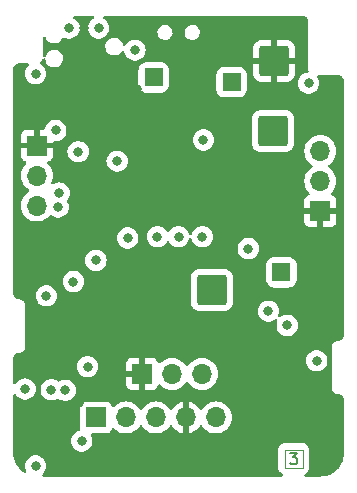
<source format=gbr>
%TF.GenerationSoftware,KiCad,Pcbnew,7.0.9-7.0.9~ubuntu23.10.1*%
%TF.CreationDate,2024-01-10T03:53:01+01:00*%
%TF.ProjectId,LED_poi,4c45445f-706f-4692-9e6b-696361645f70,A*%
%TF.SameCoordinates,Original*%
%TF.FileFunction,Copper,L3,Inr*%
%TF.FilePolarity,Positive*%
%FSLAX46Y46*%
G04 Gerber Fmt 4.6, Leading zero omitted, Abs format (unit mm)*
G04 Created by KiCad (PCBNEW 7.0.9-7.0.9~ubuntu23.10.1) date 2024-01-10 03:53:01*
%MOMM*%
%LPD*%
G01*
G04 APERTURE LIST*
G04 Aperture macros list*
%AMRoundRect*
0 Rectangle with rounded corners*
0 $1 Rounding radius*
0 $2 $3 $4 $5 $6 $7 $8 $9 X,Y pos of 4 corners*
0 Add a 4 corners polygon primitive as box body*
4,1,4,$2,$3,$4,$5,$6,$7,$8,$9,$2,$3,0*
0 Add four circle primitives for the rounded corners*
1,1,$1+$1,$2,$3*
1,1,$1+$1,$4,$5*
1,1,$1+$1,$6,$7*
1,1,$1+$1,$8,$9*
0 Add four rect primitives between the rounded corners*
20,1,$1+$1,$2,$3,$4,$5,0*
20,1,$1+$1,$4,$5,$6,$7,0*
20,1,$1+$1,$6,$7,$8,$9,0*
20,1,$1+$1,$8,$9,$2,$3,0*%
G04 Aperture macros list end*
%ADD10C,0.150000*%
%TA.AperFunction,NonConductor*%
%ADD11C,0.150000*%
%TD*%
%TA.AperFunction,EtchedComponent*%
%ADD12C,0.120000*%
%TD*%
%TA.AperFunction,ComponentPad*%
%ADD13R,1.700000X1.700000*%
%TD*%
%TA.AperFunction,ComponentPad*%
%ADD14O,1.700000X1.700000*%
%TD*%
%TA.AperFunction,ComponentPad*%
%ADD15RoundRect,0.249999X-1.025001X-1.025001X1.025001X-1.025001X1.025001X1.025001X-1.025001X1.025001X0*%
%TD*%
%TA.AperFunction,ComponentPad*%
%ADD16RoundRect,0.250000X-0.550000X-0.550000X0.550000X-0.550000X0.550000X0.550000X-0.550000X0.550000X0*%
%TD*%
%TA.AperFunction,ViaPad*%
%ADD17C,0.800000*%
%TD*%
G04 APERTURE END LIST*
D10*
D11*
X101441541Y-82969819D02*
X102060588Y-82969819D01*
X102060588Y-82969819D02*
X101727255Y-83350771D01*
X101727255Y-83350771D02*
X101870112Y-83350771D01*
X101870112Y-83350771D02*
X101965350Y-83398390D01*
X101965350Y-83398390D02*
X102012969Y-83446009D01*
X102012969Y-83446009D02*
X102060588Y-83541247D01*
X102060588Y-83541247D02*
X102060588Y-83779342D01*
X102060588Y-83779342D02*
X102012969Y-83874580D01*
X102012969Y-83874580D02*
X101965350Y-83922200D01*
X101965350Y-83922200D02*
X101870112Y-83969819D01*
X101870112Y-83969819D02*
X101584398Y-83969819D01*
X101584398Y-83969819D02*
X101489160Y-83922200D01*
X101489160Y-83922200D02*
X101441541Y-83874580D01*
D12*
%TO.C,REF\u002A\u002A*%
X101000000Y-84250000D02*
X102500000Y-84250000D01*
X102500000Y-84250000D02*
X102500000Y-82750000D01*
X102500000Y-82750000D02*
X101000000Y-82750000D01*
X101000000Y-82750000D02*
X101000000Y-84250000D01*
%TD*%
D13*
%TO.N,/SCL_3V3*%
%TO.C,J11*%
X85000000Y-80000000D03*
D14*
%TO.N,/SDA_3V3*%
X87540000Y-80000000D03*
%TO.N,+3.3V*%
X90080000Y-80000000D03*
%TO.N,GND*%
X92620000Y-80000000D03*
%TO.N,/ACC_INT1*%
X95160000Y-80000000D03*
%TD*%
D15*
%TO.N,VCC*%
%TO.C,J6*%
X100000000Y-55750000D03*
%TD*%
%TO.N,GND*%
%TO.C,J9*%
X100100000Y-49800000D03*
%TD*%
D13*
%TO.N,GND*%
%TO.C,J3*%
X88920000Y-76300000D03*
D14*
%TO.N,/Data*%
X91460000Y-76300000D03*
%TO.N,VCC*%
X94000000Y-76300000D03*
%TD*%
D13*
%TO.N,GND*%
%TO.C,J1*%
X80000000Y-56975000D03*
D14*
%TO.N,/Data*%
X80000000Y-59515000D03*
%TO.N,VCC*%
X80000000Y-62055000D03*
%TD*%
D16*
%TO.N,Net-(J8-Pin_1)*%
%TO.C,J8*%
X96500000Y-51600000D03*
%TD*%
%TO.N,/KEY*%
%TO.C,J7*%
X100700000Y-67700000D03*
%TD*%
D15*
%TO.N,+BATT*%
%TO.C,J5*%
X94800000Y-69200000D03*
%TD*%
D13*
%TO.N,GND*%
%TO.C,J2*%
X104000000Y-62525000D03*
D14*
%TO.N,/Data*%
X104000000Y-59985000D03*
%TO.N,VCC*%
X104000000Y-57445000D03*
%TD*%
D16*
%TO.N,Net-(J4-Pin_1)*%
%TO.C,J4*%
X89900000Y-51200000D03*
%TD*%
D17*
%TO.N,VCC*%
X94100000Y-56500000D03*
X85230000Y-47035000D03*
X87700000Y-64800000D03*
X97900000Y-65700000D03*
X85000000Y-66700000D03*
X86800000Y-58300000D03*
%TO.N,GND*%
X80000000Y-55400000D03*
X85900000Y-74400000D03*
X98400000Y-62200000D03*
X86300000Y-69700000D03*
X86900000Y-59900000D03*
X80000000Y-67600000D03*
X91600000Y-56400000D03*
X84030000Y-47035000D03*
X88499994Y-52199994D03*
X82500000Y-50600000D03*
X80000000Y-68500000D03*
X78800000Y-80900000D03*
X87800000Y-63200000D03*
X94800000Y-57600000D03*
X83600000Y-78800000D03*
X104900000Y-72600000D03*
%TO.N,/XTAL1*%
X81600000Y-55700000D03*
X79900000Y-50900000D03*
%TO.N,/Data*%
X103700000Y-75200000D03*
%TO.N,+BATT*%
X88300000Y-48900000D03*
%TO.N,Net-(C1-Pad1)*%
X103000000Y-51700000D03*
X99600000Y-71000000D03*
%TO.N,/~{RST}*%
X83500000Y-57500000D03*
X82730000Y-47035000D03*
%TO.N,+3.3V*%
X84300000Y-75700000D03*
X79000000Y-77600000D03*
X79900000Y-84100000D03*
%TO.N,/SCL_3V3*%
X81220180Y-77652613D03*
%TO.N,/SDA_3V3*%
X82400000Y-77700000D03*
%TO.N,/ACC_INT1*%
X90200000Y-64700000D03*
%TO.N,/SDA*%
X81800000Y-62200000D03*
X83100000Y-68500000D03*
%TO.N,/SCL*%
X81900000Y-61000000D03*
X80800000Y-69700000D03*
%TO.N,/LED_Data*%
X94000000Y-64700000D03*
X101199994Y-72200000D03*
%TO.N,/ACC_INT2*%
X92000000Y-64700000D03*
X83800000Y-82000000D03*
%TD*%
%TA.AperFunction,Conductor*%
%TO.N,GND*%
G36*
X84823228Y-46020185D02*
G01*
X84868983Y-46072989D01*
X84878927Y-46142147D01*
X84849902Y-46205703D01*
X84806626Y-46237778D01*
X84792950Y-46243867D01*
X84777267Y-46250850D01*
X84777265Y-46250851D01*
X84624129Y-46362111D01*
X84497466Y-46502785D01*
X84402821Y-46666715D01*
X84402818Y-46666722D01*
X84347102Y-46838200D01*
X84344326Y-46846744D01*
X84324540Y-47035000D01*
X84344326Y-47223256D01*
X84344327Y-47223259D01*
X84402818Y-47403277D01*
X84402821Y-47403284D01*
X84497467Y-47567216D01*
X84590930Y-47671017D01*
X84624129Y-47707888D01*
X84777265Y-47819148D01*
X84777270Y-47819151D01*
X84950192Y-47896142D01*
X84950197Y-47896144D01*
X85135354Y-47935500D01*
X85135355Y-47935500D01*
X85324644Y-47935500D01*
X85324646Y-47935500D01*
X85509803Y-47896144D01*
X85682730Y-47819151D01*
X85835871Y-47707888D01*
X85962533Y-47567216D01*
X86057179Y-47403284D01*
X86071232Y-47360033D01*
X90214737Y-47360033D01*
X90224756Y-47519273D01*
X90274061Y-47671020D01*
X90359553Y-47805732D01*
X90475864Y-47914955D01*
X90475868Y-47914958D01*
X90580813Y-47972651D01*
X90615682Y-47991820D01*
X90770223Y-48031500D01*
X90770226Y-48031500D01*
X90889728Y-48031500D01*
X90889730Y-48031500D01*
X90889735Y-48031499D01*
X90889739Y-48031499D01*
X90902590Y-48029875D01*
X91008296Y-48016522D01*
X91156645Y-47957786D01*
X91285727Y-47864002D01*
X91387431Y-47741064D01*
X91455366Y-47596695D01*
X91485263Y-47439967D01*
X91480234Y-47360033D01*
X92514737Y-47360033D01*
X92524756Y-47519273D01*
X92574061Y-47671020D01*
X92659553Y-47805732D01*
X92775864Y-47914955D01*
X92775868Y-47914958D01*
X92880813Y-47972651D01*
X92915682Y-47991820D01*
X93070223Y-48031500D01*
X93070226Y-48031500D01*
X93189728Y-48031500D01*
X93189730Y-48031500D01*
X93189735Y-48031499D01*
X93189739Y-48031499D01*
X93202590Y-48029875D01*
X93308296Y-48016522D01*
X93456645Y-47957786D01*
X93585727Y-47864002D01*
X93687431Y-47741064D01*
X93755366Y-47596695D01*
X93785263Y-47439967D01*
X93775244Y-47280728D01*
X93725940Y-47128983D01*
X93725938Y-47128980D01*
X93725938Y-47128979D01*
X93640446Y-46994267D01*
X93524135Y-46885044D01*
X93524131Y-46885041D01*
X93384321Y-46808181D01*
X93384313Y-46808178D01*
X93229779Y-46768500D01*
X93229777Y-46768500D01*
X93110270Y-46768500D01*
X93110260Y-46768500D01*
X92991704Y-46783478D01*
X92991702Y-46783478D01*
X92843356Y-46842213D01*
X92843351Y-46842216D01*
X92714272Y-46935999D01*
X92612567Y-47058938D01*
X92544634Y-47203304D01*
X92544634Y-47203305D01*
X92514737Y-47360030D01*
X92514737Y-47360033D01*
X91480234Y-47360033D01*
X91475244Y-47280728D01*
X91425940Y-47128983D01*
X91425938Y-47128980D01*
X91425938Y-47128979D01*
X91340446Y-46994267D01*
X91224135Y-46885044D01*
X91224131Y-46885041D01*
X91084321Y-46808181D01*
X91084313Y-46808178D01*
X90929779Y-46768500D01*
X90929777Y-46768500D01*
X90810270Y-46768500D01*
X90810260Y-46768500D01*
X90691704Y-46783478D01*
X90691702Y-46783478D01*
X90543356Y-46842213D01*
X90543351Y-46842216D01*
X90414272Y-46935999D01*
X90312567Y-47058938D01*
X90244634Y-47203304D01*
X90244634Y-47203305D01*
X90214737Y-47360030D01*
X90214737Y-47360033D01*
X86071232Y-47360033D01*
X86115674Y-47223256D01*
X86135460Y-47035000D01*
X86115674Y-46846744D01*
X86057179Y-46666716D01*
X85962533Y-46502784D01*
X85835871Y-46362112D01*
X85835870Y-46362111D01*
X85682734Y-46250851D01*
X85682732Y-46250850D01*
X85682730Y-46250849D01*
X85653373Y-46237778D01*
X85600138Y-46192528D01*
X85579817Y-46125679D01*
X85598863Y-46058456D01*
X85651229Y-46012201D01*
X85703811Y-46000500D01*
X102496518Y-46000500D01*
X102503455Y-46000889D01*
X102516485Y-46002357D01*
X102526354Y-46003470D01*
X102568982Y-46009081D01*
X102605831Y-46013932D01*
X102630599Y-46019830D01*
X102664736Y-46031775D01*
X102667976Y-46033011D01*
X102722195Y-46055469D01*
X102740695Y-46065027D01*
X102775520Y-46086909D01*
X102780267Y-46090212D01*
X102828200Y-46126993D01*
X102834295Y-46132337D01*
X102867660Y-46165702D01*
X102873005Y-46171798D01*
X102909786Y-46219731D01*
X102913097Y-46224490D01*
X102934967Y-46259296D01*
X102944536Y-46277818D01*
X102966983Y-46332014D01*
X102968223Y-46335263D01*
X102980169Y-46369401D01*
X102986066Y-46394169D01*
X102996530Y-46473647D01*
X102999110Y-46496538D01*
X102999500Y-46503486D01*
X102999500Y-50556398D01*
X103020387Y-50647908D01*
X103016114Y-50717647D01*
X102974815Y-50774004D01*
X102911762Y-50798256D01*
X102911822Y-50798820D01*
X102909723Y-50799040D01*
X102909603Y-50799087D01*
X102909079Y-50799108D01*
X102905355Y-50799499D01*
X102720197Y-50838855D01*
X102720192Y-50838857D01*
X102547270Y-50915848D01*
X102547265Y-50915851D01*
X102394129Y-51027111D01*
X102267466Y-51167785D01*
X102172821Y-51331715D01*
X102172818Y-51331722D01*
X102115101Y-51509359D01*
X102114326Y-51511744D01*
X102094540Y-51700000D01*
X102114326Y-51888256D01*
X102114327Y-51888259D01*
X102172818Y-52068277D01*
X102172821Y-52068284D01*
X102267467Y-52232216D01*
X102394129Y-52372888D01*
X102547265Y-52484148D01*
X102547270Y-52484151D01*
X102720192Y-52561142D01*
X102720197Y-52561144D01*
X102905354Y-52600500D01*
X102905355Y-52600500D01*
X103094644Y-52600500D01*
X103094646Y-52600500D01*
X103279803Y-52561144D01*
X103452730Y-52484151D01*
X103605871Y-52372888D01*
X103732533Y-52232216D01*
X103827179Y-52068284D01*
X103885674Y-51888256D01*
X103905460Y-51700000D01*
X103885674Y-51511744D01*
X103831112Y-51343823D01*
X103827181Y-51331722D01*
X103827180Y-51331721D01*
X103827179Y-51331716D01*
X103743339Y-51186500D01*
X103726866Y-51118599D01*
X103749719Y-51052573D01*
X103804640Y-51009382D01*
X103850726Y-51000500D01*
X105496518Y-51000500D01*
X105503455Y-51000889D01*
X105516485Y-51002357D01*
X105526354Y-51003470D01*
X105568982Y-51009081D01*
X105605831Y-51013932D01*
X105630599Y-51019830D01*
X105664736Y-51031775D01*
X105667976Y-51033011D01*
X105722195Y-51055469D01*
X105740695Y-51065027D01*
X105775520Y-51086909D01*
X105780267Y-51090212D01*
X105828200Y-51126993D01*
X105834295Y-51132337D01*
X105867660Y-51165702D01*
X105873005Y-51171798D01*
X105909786Y-51219731D01*
X105913097Y-51224490D01*
X105934967Y-51259296D01*
X105944536Y-51277818D01*
X105966983Y-51332014D01*
X105968223Y-51335263D01*
X105980169Y-51369401D01*
X105986066Y-51394169D01*
X105996530Y-51473647D01*
X105999110Y-51496538D01*
X105999500Y-51503486D01*
X105999500Y-72996514D01*
X105999110Y-73003462D01*
X105996530Y-73026351D01*
X105986066Y-73105829D01*
X105980169Y-73130597D01*
X105968223Y-73164735D01*
X105966983Y-73167984D01*
X105944536Y-73222180D01*
X105934967Y-73240702D01*
X105913097Y-73275508D01*
X105909786Y-73280267D01*
X105873005Y-73328200D01*
X105867653Y-73334304D01*
X105834304Y-73367653D01*
X105828200Y-73373005D01*
X105780267Y-73409786D01*
X105775508Y-73413097D01*
X105740702Y-73434967D01*
X105722180Y-73444536D01*
X105667984Y-73466983D01*
X105664735Y-73468223D01*
X105630597Y-73480169D01*
X105605829Y-73486066D01*
X105526351Y-73496530D01*
X105505688Y-73498859D01*
X105503460Y-73499110D01*
X105496514Y-73499500D01*
X105443600Y-73499500D01*
X105333649Y-73524596D01*
X105232033Y-73573532D01*
X105232030Y-73573533D01*
X105143854Y-73643854D01*
X105073533Y-73732030D01*
X105073532Y-73732033D01*
X105024596Y-73833649D01*
X104999500Y-73943600D01*
X104999500Y-77556399D01*
X105024596Y-77666350D01*
X105073532Y-77767966D01*
X105073533Y-77767969D01*
X105108196Y-77811433D01*
X105143854Y-77856146D01*
X105180710Y-77885538D01*
X105232030Y-77926466D01*
X105232033Y-77926467D01*
X105333649Y-77975403D01*
X105443600Y-78000499D01*
X105443605Y-78000499D01*
X105443607Y-78000500D01*
X105496518Y-78000500D01*
X105503455Y-78000889D01*
X105516485Y-78002357D01*
X105526354Y-78003470D01*
X105568982Y-78009081D01*
X105605831Y-78013932D01*
X105630599Y-78019830D01*
X105664736Y-78031775D01*
X105667976Y-78033011D01*
X105722195Y-78055469D01*
X105740695Y-78065027D01*
X105775520Y-78086909D01*
X105780267Y-78090212D01*
X105828200Y-78126993D01*
X105834295Y-78132337D01*
X105867660Y-78165702D01*
X105873005Y-78171798D01*
X105909786Y-78219731D01*
X105913096Y-78224488D01*
X105934967Y-78259296D01*
X105944536Y-78277818D01*
X105966983Y-78332014D01*
X105968223Y-78335263D01*
X105980169Y-78369401D01*
X105986066Y-78394169D01*
X105996530Y-78473647D01*
X105999110Y-78496538D01*
X105999500Y-78503486D01*
X105999500Y-82997975D01*
X105999367Y-83002032D01*
X105994017Y-83083648D01*
X105981015Y-83265438D01*
X105979980Y-83273118D01*
X105956846Y-83389420D01*
X105925472Y-83533646D01*
X105923597Y-83540401D01*
X105889297Y-83641448D01*
X105883208Y-83659388D01*
X105883195Y-83659425D01*
X105833841Y-83791741D01*
X105831355Y-83797499D01*
X105774421Y-83912952D01*
X105707828Y-84034907D01*
X105704961Y-84039641D01*
X105633461Y-84146649D01*
X105631543Y-84149359D01*
X105549744Y-84258631D01*
X105546723Y-84262357D01*
X105461529Y-84359502D01*
X105458755Y-84362464D01*
X105362464Y-84458755D01*
X105359502Y-84461529D01*
X105262357Y-84546723D01*
X105258631Y-84549744D01*
X105149359Y-84631543D01*
X105146649Y-84633461D01*
X105039641Y-84704961D01*
X105034907Y-84707828D01*
X104912952Y-84774421D01*
X104797499Y-84831355D01*
X104791741Y-84833841D01*
X104670956Y-84878893D01*
X104659418Y-84883197D01*
X104540401Y-84923597D01*
X104533646Y-84925472D01*
X104389420Y-84956846D01*
X104273118Y-84979980D01*
X104265438Y-84981015D01*
X104083648Y-84994017D01*
X104032582Y-84997364D01*
X104002025Y-84999367D01*
X103997976Y-84999500D01*
X102778595Y-84999500D01*
X102711556Y-84979815D01*
X102665801Y-84927011D01*
X102655857Y-84857853D01*
X102684882Y-84794297D01*
X102731142Y-84760939D01*
X102782668Y-84739596D01*
X102899752Y-84649756D01*
X102899756Y-84649752D01*
X102979889Y-84545319D01*
X102989596Y-84532669D01*
X103046074Y-84396320D01*
X103065337Y-84250000D01*
X103061030Y-84217289D01*
X103060500Y-84209191D01*
X103060500Y-82790808D01*
X103061031Y-82782706D01*
X103065337Y-82749999D01*
X103065337Y-82749998D01*
X103046074Y-82603681D01*
X103046074Y-82603680D01*
X102989596Y-82467332D01*
X102989596Y-82467331D01*
X102899757Y-82350249D01*
X102899755Y-82350247D01*
X102899754Y-82350246D01*
X102870671Y-82327930D01*
X102782669Y-82260404D01*
X102782668Y-82260403D01*
X102646320Y-82203926D01*
X102646318Y-82203925D01*
X102500001Y-82184663D01*
X102500000Y-82184663D01*
X102467290Y-82188969D01*
X102459192Y-82189500D01*
X101040808Y-82189500D01*
X101032709Y-82188969D01*
X101000000Y-82184663D01*
X100963259Y-82189500D01*
X100853681Y-82203925D01*
X100853679Y-82203926D01*
X100717331Y-82260403D01*
X100600247Y-82350243D01*
X100510403Y-82467331D01*
X100453926Y-82603679D01*
X100453925Y-82603681D01*
X100434663Y-82749998D01*
X100434663Y-82749999D01*
X100438969Y-82782706D01*
X100439500Y-82790808D01*
X100439500Y-84209191D01*
X100438969Y-84217293D01*
X100434663Y-84249999D01*
X100434663Y-84250000D01*
X100439500Y-84286741D01*
X100453925Y-84396318D01*
X100453926Y-84396320D01*
X100510403Y-84532668D01*
X100600243Y-84649752D01*
X100717331Y-84739596D01*
X100768857Y-84760939D01*
X100823260Y-84804780D01*
X100845325Y-84871074D01*
X100828046Y-84938773D01*
X100776909Y-84986384D01*
X100721404Y-84999500D01*
X80575599Y-84999500D01*
X80508560Y-84979815D01*
X80462805Y-84927011D01*
X80452861Y-84857853D01*
X80481886Y-84794297D01*
X80502713Y-84775183D01*
X80503954Y-84774280D01*
X80505871Y-84772888D01*
X80632533Y-84632216D01*
X80727179Y-84468284D01*
X80785674Y-84288256D01*
X80805460Y-84100000D01*
X80785674Y-83911744D01*
X80727179Y-83731716D01*
X80632533Y-83567784D01*
X80505871Y-83427112D01*
X80456327Y-83391116D01*
X80352734Y-83315851D01*
X80352729Y-83315848D01*
X80179807Y-83238857D01*
X80179802Y-83238855D01*
X80034001Y-83207865D01*
X79994646Y-83199500D01*
X79805354Y-83199500D01*
X79772897Y-83206398D01*
X79620197Y-83238855D01*
X79620192Y-83238857D01*
X79447270Y-83315848D01*
X79447265Y-83315851D01*
X79294129Y-83427111D01*
X79167466Y-83567785D01*
X79072821Y-83731715D01*
X79072818Y-83731722D01*
X79022464Y-83886697D01*
X79014326Y-83911744D01*
X78994540Y-84100000D01*
X79014326Y-84288256D01*
X79014327Y-84288259D01*
X79072818Y-84468277D01*
X79072820Y-84468282D01*
X79100021Y-84515396D01*
X79116492Y-84583297D01*
X79093640Y-84649323D01*
X79038718Y-84692513D01*
X78969164Y-84699154D01*
X78923744Y-84680498D01*
X78888543Y-84656977D01*
X78853348Y-84633460D01*
X78850639Y-84631543D01*
X78810592Y-84601564D01*
X78741353Y-84549732D01*
X78737648Y-84546729D01*
X78640492Y-84461526D01*
X78637549Y-84458769D01*
X78541228Y-84362448D01*
X78538469Y-84359502D01*
X78505450Y-84321851D01*
X78453265Y-84262345D01*
X78450271Y-84258652D01*
X78368454Y-84149358D01*
X78366537Y-84146649D01*
X78295036Y-84039641D01*
X78292170Y-84034906D01*
X78225578Y-83912952D01*
X78168643Y-83797499D01*
X78166157Y-83791741D01*
X78153076Y-83756671D01*
X78116805Y-83659425D01*
X78076395Y-83540383D01*
X78074531Y-83533666D01*
X78043153Y-83389420D01*
X78038641Y-83366738D01*
X78020015Y-83273100D01*
X78018985Y-83265459D01*
X78005986Y-83083708D01*
X78002938Y-83037198D01*
X78000633Y-83002019D01*
X78000500Y-82997964D01*
X78000500Y-82000000D01*
X82894540Y-82000000D01*
X82914326Y-82188256D01*
X82914327Y-82188259D01*
X82972818Y-82368277D01*
X82972821Y-82368284D01*
X83067467Y-82532216D01*
X83131813Y-82603679D01*
X83194129Y-82672888D01*
X83347265Y-82784148D01*
X83347270Y-82784151D01*
X83520192Y-82861142D01*
X83520197Y-82861144D01*
X83705354Y-82900500D01*
X83705355Y-82900500D01*
X83894644Y-82900500D01*
X83894646Y-82900500D01*
X84079803Y-82861144D01*
X84252730Y-82784151D01*
X84405871Y-82672888D01*
X84532533Y-82532216D01*
X84627179Y-82368284D01*
X84685674Y-82188256D01*
X84705460Y-82000000D01*
X84685674Y-81811744D01*
X84627179Y-81631716D01*
X84572205Y-81536498D01*
X84555733Y-81468598D01*
X84578586Y-81402571D01*
X84633508Y-81359381D01*
X84679593Y-81350499D01*
X85897871Y-81350499D01*
X85897872Y-81350499D01*
X85957483Y-81344091D01*
X86092331Y-81293796D01*
X86207546Y-81207546D01*
X86293796Y-81092331D01*
X86342810Y-80960916D01*
X86384681Y-80904984D01*
X86450145Y-80880566D01*
X86518418Y-80895417D01*
X86546673Y-80916569D01*
X86668599Y-81038495D01*
X86749434Y-81095096D01*
X86862165Y-81174032D01*
X86862167Y-81174033D01*
X86862170Y-81174035D01*
X87076337Y-81273903D01*
X87304592Y-81335063D01*
X87492918Y-81351539D01*
X87539999Y-81355659D01*
X87540000Y-81355659D01*
X87540001Y-81355659D01*
X87579234Y-81352226D01*
X87775408Y-81335063D01*
X88003663Y-81273903D01*
X88217830Y-81174035D01*
X88411401Y-81038495D01*
X88578495Y-80871401D01*
X88708425Y-80685842D01*
X88763002Y-80642217D01*
X88832500Y-80635023D01*
X88894855Y-80666546D01*
X88911575Y-80685842D01*
X89041500Y-80871395D01*
X89041505Y-80871401D01*
X89208599Y-81038495D01*
X89289434Y-81095096D01*
X89402165Y-81174032D01*
X89402167Y-81174033D01*
X89402170Y-81174035D01*
X89616337Y-81273903D01*
X89844592Y-81335063D01*
X90032918Y-81351539D01*
X90079999Y-81355659D01*
X90080000Y-81355659D01*
X90080001Y-81355659D01*
X90119234Y-81352226D01*
X90315408Y-81335063D01*
X90543663Y-81273903D01*
X90757830Y-81174035D01*
X90951401Y-81038495D01*
X91118495Y-80871401D01*
X91248730Y-80685405D01*
X91303307Y-80641781D01*
X91372805Y-80634587D01*
X91435160Y-80666110D01*
X91451879Y-80685405D01*
X91581890Y-80871078D01*
X91748917Y-81038105D01*
X91942421Y-81173600D01*
X92156507Y-81273429D01*
X92156516Y-81273433D01*
X92370000Y-81330634D01*
X92370000Y-80435501D01*
X92477685Y-80484680D01*
X92584237Y-80500000D01*
X92655763Y-80500000D01*
X92762315Y-80484680D01*
X92870000Y-80435501D01*
X92870000Y-81330633D01*
X93083483Y-81273433D01*
X93083492Y-81273429D01*
X93297578Y-81173600D01*
X93491082Y-81038105D01*
X93658105Y-80871082D01*
X93788119Y-80685405D01*
X93842696Y-80641781D01*
X93912195Y-80634588D01*
X93974549Y-80666110D01*
X93991269Y-80685405D01*
X94121505Y-80871401D01*
X94288599Y-81038495D01*
X94369434Y-81095096D01*
X94482165Y-81174032D01*
X94482167Y-81174033D01*
X94482170Y-81174035D01*
X94696337Y-81273903D01*
X94924592Y-81335063D01*
X95112918Y-81351539D01*
X95159999Y-81355659D01*
X95160000Y-81355659D01*
X95160001Y-81355659D01*
X95199234Y-81352226D01*
X95395408Y-81335063D01*
X95623663Y-81273903D01*
X95837830Y-81174035D01*
X96031401Y-81038495D01*
X96198495Y-80871401D01*
X96334035Y-80677830D01*
X96433903Y-80463663D01*
X96495063Y-80235408D01*
X96515659Y-80000000D01*
X96495063Y-79764592D01*
X96433903Y-79536337D01*
X96334035Y-79322171D01*
X96328731Y-79314595D01*
X96198494Y-79128597D01*
X96031402Y-78961506D01*
X96031395Y-78961501D01*
X95837834Y-78825967D01*
X95837830Y-78825965D01*
X95837828Y-78825964D01*
X95623663Y-78726097D01*
X95623659Y-78726096D01*
X95623655Y-78726094D01*
X95395413Y-78664938D01*
X95395403Y-78664936D01*
X95160001Y-78644341D01*
X95159999Y-78644341D01*
X94924596Y-78664936D01*
X94924586Y-78664938D01*
X94696344Y-78726094D01*
X94696335Y-78726098D01*
X94482171Y-78825964D01*
X94482169Y-78825965D01*
X94288597Y-78961505D01*
X94121508Y-79128594D01*
X93991269Y-79314595D01*
X93936692Y-79358219D01*
X93867193Y-79365412D01*
X93804839Y-79333890D01*
X93788119Y-79314594D01*
X93658113Y-79128926D01*
X93658108Y-79128920D01*
X93491082Y-78961894D01*
X93297578Y-78826399D01*
X93083492Y-78726570D01*
X93083486Y-78726567D01*
X92870000Y-78669364D01*
X92870000Y-79564498D01*
X92762315Y-79515320D01*
X92655763Y-79500000D01*
X92584237Y-79500000D01*
X92477685Y-79515320D01*
X92370000Y-79564498D01*
X92370000Y-78669364D01*
X92369999Y-78669364D01*
X92156513Y-78726567D01*
X92156507Y-78726570D01*
X91942422Y-78826399D01*
X91942420Y-78826400D01*
X91748926Y-78961886D01*
X91748920Y-78961891D01*
X91581891Y-79128920D01*
X91581890Y-79128922D01*
X91451880Y-79314595D01*
X91397303Y-79358219D01*
X91327804Y-79365412D01*
X91265450Y-79333890D01*
X91248730Y-79314594D01*
X91118494Y-79128597D01*
X90951402Y-78961506D01*
X90951395Y-78961501D01*
X90757834Y-78825967D01*
X90757830Y-78825965D01*
X90757828Y-78825964D01*
X90543663Y-78726097D01*
X90543659Y-78726096D01*
X90543655Y-78726094D01*
X90315413Y-78664938D01*
X90315403Y-78664936D01*
X90080001Y-78644341D01*
X90079999Y-78644341D01*
X89844596Y-78664936D01*
X89844586Y-78664938D01*
X89616344Y-78726094D01*
X89616335Y-78726098D01*
X89402171Y-78825964D01*
X89402169Y-78825965D01*
X89208597Y-78961505D01*
X89041505Y-79128597D01*
X88911575Y-79314158D01*
X88856998Y-79357783D01*
X88787500Y-79364977D01*
X88725145Y-79333454D01*
X88708425Y-79314158D01*
X88578494Y-79128597D01*
X88411402Y-78961506D01*
X88411395Y-78961501D01*
X88217834Y-78825967D01*
X88217830Y-78825965D01*
X88217828Y-78825964D01*
X88003663Y-78726097D01*
X88003659Y-78726096D01*
X88003655Y-78726094D01*
X87775413Y-78664938D01*
X87775403Y-78664936D01*
X87540001Y-78644341D01*
X87539999Y-78644341D01*
X87304596Y-78664936D01*
X87304586Y-78664938D01*
X87076344Y-78726094D01*
X87076335Y-78726098D01*
X86862171Y-78825964D01*
X86862169Y-78825965D01*
X86668600Y-78961503D01*
X86546673Y-79083430D01*
X86485350Y-79116914D01*
X86415658Y-79111930D01*
X86359725Y-79070058D01*
X86342810Y-79039081D01*
X86293797Y-78907671D01*
X86293793Y-78907664D01*
X86207547Y-78792455D01*
X86207544Y-78792452D01*
X86092335Y-78706206D01*
X86092328Y-78706202D01*
X85957482Y-78655908D01*
X85957483Y-78655908D01*
X85897883Y-78649501D01*
X85897881Y-78649500D01*
X85897873Y-78649500D01*
X85897864Y-78649500D01*
X84102129Y-78649500D01*
X84102123Y-78649501D01*
X84042516Y-78655908D01*
X83907671Y-78706202D01*
X83907664Y-78706206D01*
X83792455Y-78792452D01*
X83792452Y-78792455D01*
X83706206Y-78907664D01*
X83706202Y-78907671D01*
X83655908Y-79042517D01*
X83649501Y-79102116D01*
X83649500Y-79102135D01*
X83649500Y-80897870D01*
X83649501Y-80897876D01*
X83655909Y-80957486D01*
X83658369Y-80964082D01*
X83663351Y-81033774D01*
X83629864Y-81095096D01*
X83568539Y-81128578D01*
X83567969Y-81128701D01*
X83520194Y-81138856D01*
X83520192Y-81138857D01*
X83347270Y-81215848D01*
X83347265Y-81215851D01*
X83194129Y-81327111D01*
X83067466Y-81467785D01*
X82972821Y-81631715D01*
X82972818Y-81631722D01*
X82914327Y-81811740D01*
X82914326Y-81811744D01*
X82894540Y-82000000D01*
X78000500Y-82000000D01*
X78000500Y-78132589D01*
X78020185Y-78065550D01*
X78072989Y-78019795D01*
X78142147Y-78009851D01*
X78205703Y-78038876D01*
X78231885Y-78070587D01*
X78254338Y-78109475D01*
X78267467Y-78132216D01*
X78394129Y-78272888D01*
X78547265Y-78384148D01*
X78547270Y-78384151D01*
X78720192Y-78461142D01*
X78720197Y-78461144D01*
X78905354Y-78500500D01*
X78905355Y-78500500D01*
X79094644Y-78500500D01*
X79094646Y-78500500D01*
X79279803Y-78461144D01*
X79452730Y-78384151D01*
X79605871Y-78272888D01*
X79732533Y-78132216D01*
X79827179Y-77968284D01*
X79885674Y-77788256D01*
X79899930Y-77652613D01*
X80314720Y-77652613D01*
X80334506Y-77840869D01*
X80334507Y-77840872D01*
X80392998Y-78020890D01*
X80393001Y-78020897D01*
X80487647Y-78184829D01*
X80614309Y-78325501D01*
X80767445Y-78436761D01*
X80767450Y-78436764D01*
X80940372Y-78513755D01*
X80940377Y-78513757D01*
X81125534Y-78553113D01*
X81125535Y-78553113D01*
X81314824Y-78553113D01*
X81314826Y-78553113D01*
X81499983Y-78513757D01*
X81672910Y-78436764D01*
X81704592Y-78413745D01*
X81770396Y-78390264D01*
X81838450Y-78406088D01*
X81850352Y-78413736D01*
X81947266Y-78484148D01*
X81947270Y-78484151D01*
X82120192Y-78561142D01*
X82120197Y-78561144D01*
X82305354Y-78600500D01*
X82305355Y-78600500D01*
X82494644Y-78600500D01*
X82494646Y-78600500D01*
X82679803Y-78561144D01*
X82852730Y-78484151D01*
X83005871Y-78372888D01*
X83132533Y-78232216D01*
X83227179Y-78068284D01*
X83285674Y-77888256D01*
X83305460Y-77700000D01*
X83285674Y-77511744D01*
X83227179Y-77331716D01*
X83149888Y-77197844D01*
X87570000Y-77197844D01*
X87576401Y-77257372D01*
X87576403Y-77257379D01*
X87626645Y-77392086D01*
X87626649Y-77392093D01*
X87712809Y-77507187D01*
X87712812Y-77507190D01*
X87827906Y-77593350D01*
X87827913Y-77593354D01*
X87962620Y-77643596D01*
X87962627Y-77643598D01*
X88022155Y-77649999D01*
X88022172Y-77650000D01*
X88670000Y-77650000D01*
X88670000Y-76735501D01*
X88777685Y-76784680D01*
X88884237Y-76800000D01*
X88955763Y-76800000D01*
X89062315Y-76784680D01*
X89170000Y-76735501D01*
X89170000Y-77650000D01*
X89817828Y-77650000D01*
X89817844Y-77649999D01*
X89877372Y-77643598D01*
X89877379Y-77643596D01*
X90012086Y-77593354D01*
X90012093Y-77593350D01*
X90127187Y-77507190D01*
X90127190Y-77507187D01*
X90213350Y-77392093D01*
X90213354Y-77392086D01*
X90262422Y-77260529D01*
X90304293Y-77204595D01*
X90369757Y-77180178D01*
X90438030Y-77195030D01*
X90466285Y-77216181D01*
X90588599Y-77338495D01*
X90665135Y-77392086D01*
X90782165Y-77474032D01*
X90782167Y-77474033D01*
X90782170Y-77474035D01*
X90996337Y-77573903D01*
X91224592Y-77635063D01*
X91395319Y-77650000D01*
X91459999Y-77655659D01*
X91460000Y-77655659D01*
X91460001Y-77655659D01*
X91524681Y-77650000D01*
X91695408Y-77635063D01*
X91923663Y-77573903D01*
X92137830Y-77474035D01*
X92331401Y-77338495D01*
X92498495Y-77171401D01*
X92628425Y-76985842D01*
X92683002Y-76942217D01*
X92752500Y-76935023D01*
X92814855Y-76966546D01*
X92831575Y-76985842D01*
X92961500Y-77171395D01*
X92961505Y-77171401D01*
X93128599Y-77338495D01*
X93205135Y-77392086D01*
X93322165Y-77474032D01*
X93322167Y-77474033D01*
X93322170Y-77474035D01*
X93536337Y-77573903D01*
X93764592Y-77635063D01*
X93935319Y-77650000D01*
X93999999Y-77655659D01*
X94000000Y-77655659D01*
X94000001Y-77655659D01*
X94064681Y-77650000D01*
X94235408Y-77635063D01*
X94463663Y-77573903D01*
X94677830Y-77474035D01*
X94871401Y-77338495D01*
X95038495Y-77171401D01*
X95174035Y-76977830D01*
X95273903Y-76763663D01*
X95335063Y-76535408D01*
X95355659Y-76300000D01*
X95335063Y-76064592D01*
X95273903Y-75836337D01*
X95174035Y-75622171D01*
X95168425Y-75614158D01*
X95038494Y-75428597D01*
X94871402Y-75261506D01*
X94871395Y-75261501D01*
X94783563Y-75200000D01*
X102794540Y-75200000D01*
X102814326Y-75388256D01*
X102814327Y-75388259D01*
X102872818Y-75568277D01*
X102872821Y-75568284D01*
X102967467Y-75732216D01*
X103061218Y-75836337D01*
X103094129Y-75872888D01*
X103247265Y-75984148D01*
X103247270Y-75984151D01*
X103420192Y-76061142D01*
X103420197Y-76061144D01*
X103605354Y-76100500D01*
X103605355Y-76100500D01*
X103794644Y-76100500D01*
X103794646Y-76100500D01*
X103979803Y-76061144D01*
X104152730Y-75984151D01*
X104305871Y-75872888D01*
X104432533Y-75732216D01*
X104527179Y-75568284D01*
X104585674Y-75388256D01*
X104605460Y-75200000D01*
X104585674Y-75011744D01*
X104527179Y-74831716D01*
X104432533Y-74667784D01*
X104305871Y-74527112D01*
X104305870Y-74527111D01*
X104152734Y-74415851D01*
X104152729Y-74415848D01*
X103979807Y-74338857D01*
X103979802Y-74338855D01*
X103834001Y-74307865D01*
X103794646Y-74299500D01*
X103605354Y-74299500D01*
X103572897Y-74306398D01*
X103420197Y-74338855D01*
X103420192Y-74338857D01*
X103247270Y-74415848D01*
X103247265Y-74415851D01*
X103094129Y-74527111D01*
X102967466Y-74667785D01*
X102872821Y-74831715D01*
X102872818Y-74831722D01*
X102815981Y-75006649D01*
X102814326Y-75011744D01*
X102794540Y-75200000D01*
X94783563Y-75200000D01*
X94677834Y-75125967D01*
X94677830Y-75125965D01*
X94606727Y-75092809D01*
X94463663Y-75026097D01*
X94463659Y-75026096D01*
X94463655Y-75026094D01*
X94235413Y-74964938D01*
X94235403Y-74964936D01*
X94000001Y-74944341D01*
X93999999Y-74944341D01*
X93764596Y-74964936D01*
X93764586Y-74964938D01*
X93536344Y-75026094D01*
X93536337Y-75026096D01*
X93536337Y-75026097D01*
X93534160Y-75027112D01*
X93322171Y-75125964D01*
X93322169Y-75125965D01*
X93128597Y-75261505D01*
X92961505Y-75428597D01*
X92831575Y-75614158D01*
X92776998Y-75657783D01*
X92707500Y-75664977D01*
X92645145Y-75633454D01*
X92628425Y-75614158D01*
X92498494Y-75428597D01*
X92331402Y-75261506D01*
X92331395Y-75261501D01*
X92137834Y-75125967D01*
X92137830Y-75125965D01*
X92066727Y-75092809D01*
X91923663Y-75026097D01*
X91923659Y-75026096D01*
X91923655Y-75026094D01*
X91695413Y-74964938D01*
X91695403Y-74964936D01*
X91460001Y-74944341D01*
X91459999Y-74944341D01*
X91224596Y-74964936D01*
X91224586Y-74964938D01*
X90996344Y-75026094D01*
X90996337Y-75026096D01*
X90996337Y-75026097D01*
X90994160Y-75027112D01*
X90782171Y-75125964D01*
X90782169Y-75125965D01*
X90588600Y-75261503D01*
X90466284Y-75383819D01*
X90404961Y-75417303D01*
X90335269Y-75412319D01*
X90279336Y-75370447D01*
X90262421Y-75339470D01*
X90213354Y-75207913D01*
X90213350Y-75207906D01*
X90127190Y-75092812D01*
X90127187Y-75092809D01*
X90012093Y-75006649D01*
X90012086Y-75006645D01*
X89877379Y-74956403D01*
X89877372Y-74956401D01*
X89817844Y-74950000D01*
X89170000Y-74950000D01*
X89170000Y-75864498D01*
X89062315Y-75815320D01*
X88955763Y-75800000D01*
X88884237Y-75800000D01*
X88777685Y-75815320D01*
X88670000Y-75864498D01*
X88670000Y-74950000D01*
X88022155Y-74950000D01*
X87962627Y-74956401D01*
X87962620Y-74956403D01*
X87827913Y-75006645D01*
X87827906Y-75006649D01*
X87712812Y-75092809D01*
X87712809Y-75092812D01*
X87626649Y-75207906D01*
X87626645Y-75207913D01*
X87576403Y-75342620D01*
X87576401Y-75342627D01*
X87570000Y-75402155D01*
X87570000Y-76050000D01*
X88486314Y-76050000D01*
X88460507Y-76090156D01*
X88420000Y-76228111D01*
X88420000Y-76371889D01*
X88460507Y-76509844D01*
X88486314Y-76550000D01*
X87570000Y-76550000D01*
X87570000Y-77197844D01*
X83149888Y-77197844D01*
X83132533Y-77167784D01*
X83005871Y-77027112D01*
X83005870Y-77027111D01*
X82852734Y-76915851D01*
X82852729Y-76915848D01*
X82679807Y-76838857D01*
X82679802Y-76838855D01*
X82534001Y-76807865D01*
X82494646Y-76799500D01*
X82305354Y-76799500D01*
X82272897Y-76806398D01*
X82120197Y-76838855D01*
X82120192Y-76838857D01*
X81947270Y-76915848D01*
X81947267Y-76915850D01*
X81915584Y-76938869D01*
X81849777Y-76962347D01*
X81781724Y-76946520D01*
X81769816Y-76938867D01*
X81672914Y-76868464D01*
X81672909Y-76868461D01*
X81499987Y-76791470D01*
X81499982Y-76791468D01*
X81354181Y-76760478D01*
X81314826Y-76752113D01*
X81125534Y-76752113D01*
X81093077Y-76759011D01*
X80940377Y-76791468D01*
X80940372Y-76791470D01*
X80767450Y-76868461D01*
X80767445Y-76868464D01*
X80614309Y-76979724D01*
X80487646Y-77120398D01*
X80393001Y-77284328D01*
X80392998Y-77284335D01*
X80357988Y-77392086D01*
X80334506Y-77464357D01*
X80314720Y-77652613D01*
X79899930Y-77652613D01*
X79905460Y-77600000D01*
X79885674Y-77411744D01*
X79827179Y-77231716D01*
X79732533Y-77067784D01*
X79605871Y-76927112D01*
X79590372Y-76915851D01*
X79452734Y-76815851D01*
X79452729Y-76815848D01*
X79279807Y-76738857D01*
X79279802Y-76738855D01*
X79134001Y-76707865D01*
X79094646Y-76699500D01*
X78905354Y-76699500D01*
X78872897Y-76706398D01*
X78720197Y-76738855D01*
X78720192Y-76738857D01*
X78547270Y-76815848D01*
X78547265Y-76815851D01*
X78394129Y-76927111D01*
X78267466Y-77067785D01*
X78231887Y-77129410D01*
X78181320Y-77177626D01*
X78112713Y-77190849D01*
X78047848Y-77164881D01*
X78007320Y-77107967D01*
X78000500Y-77067410D01*
X78000500Y-75700000D01*
X83394540Y-75700000D01*
X83414326Y-75888256D01*
X83414327Y-75888259D01*
X83472818Y-76068277D01*
X83472821Y-76068284D01*
X83567467Y-76232216D01*
X83693229Y-76371889D01*
X83694129Y-76372888D01*
X83847265Y-76484148D01*
X83847270Y-76484151D01*
X84020192Y-76561142D01*
X84020197Y-76561144D01*
X84205354Y-76600500D01*
X84205355Y-76600500D01*
X84394644Y-76600500D01*
X84394646Y-76600500D01*
X84579803Y-76561144D01*
X84752730Y-76484151D01*
X84905871Y-76372888D01*
X85032533Y-76232216D01*
X85127179Y-76068284D01*
X85185674Y-75888256D01*
X85205460Y-75700000D01*
X85185674Y-75511744D01*
X85127179Y-75331716D01*
X85032533Y-75167784D01*
X84905871Y-75027112D01*
X84905870Y-75027111D01*
X84752734Y-74915851D01*
X84752729Y-74915848D01*
X84579807Y-74838857D01*
X84579802Y-74838855D01*
X84434001Y-74807865D01*
X84394646Y-74799500D01*
X84205354Y-74799500D01*
X84172897Y-74806398D01*
X84020197Y-74838855D01*
X84020192Y-74838857D01*
X83847270Y-74915848D01*
X83847265Y-74915851D01*
X83694129Y-75027111D01*
X83567466Y-75167785D01*
X83472821Y-75331715D01*
X83472818Y-75331722D01*
X83414327Y-75511740D01*
X83414326Y-75511744D01*
X83394540Y-75700000D01*
X78000500Y-75700000D01*
X78000500Y-75003480D01*
X78000889Y-74996546D01*
X78003470Y-74973645D01*
X78011078Y-74915851D01*
X78013933Y-74894163D01*
X78019830Y-74869399D01*
X78030518Y-74838856D01*
X78031778Y-74835253D01*
X78033001Y-74832047D01*
X78055474Y-74777794D01*
X78065021Y-74759313D01*
X78086922Y-74724459D01*
X78090197Y-74719752D01*
X78127003Y-74671786D01*
X78132323Y-74665718D01*
X78165718Y-74632323D01*
X78171786Y-74627003D01*
X78219752Y-74590197D01*
X78224459Y-74586922D01*
X78259313Y-74565021D01*
X78277794Y-74555474D01*
X78332047Y-74533001D01*
X78335253Y-74531778D01*
X78369402Y-74519829D01*
X78394163Y-74513933D01*
X78441020Y-74507764D01*
X78473646Y-74503470D01*
X78482632Y-74502456D01*
X78496545Y-74500889D01*
X78503481Y-74500500D01*
X78556391Y-74500500D01*
X78556393Y-74500500D01*
X78556395Y-74500499D01*
X78556399Y-74500499D01*
X78624362Y-74484986D01*
X78666351Y-74475403D01*
X78767967Y-74426467D01*
X78767967Y-74426466D01*
X78767969Y-74426466D01*
X78813036Y-74390525D01*
X78856146Y-74356146D01*
X78908978Y-74289896D01*
X78926466Y-74267969D01*
X78926467Y-74267966D01*
X78975403Y-74166350D01*
X79000499Y-74056399D01*
X79000500Y-74056391D01*
X79000500Y-71000000D01*
X98694540Y-71000000D01*
X98714326Y-71188256D01*
X98714327Y-71188259D01*
X98772818Y-71368277D01*
X98772821Y-71368284D01*
X98867467Y-71532216D01*
X98869188Y-71534127D01*
X98994129Y-71672888D01*
X99147265Y-71784148D01*
X99147270Y-71784151D01*
X99320192Y-71861142D01*
X99320197Y-71861144D01*
X99505354Y-71900500D01*
X99505355Y-71900500D01*
X99694644Y-71900500D01*
X99694646Y-71900500D01*
X99879803Y-71861144D01*
X100052730Y-71784151D01*
X100183212Y-71689350D01*
X100249014Y-71665872D01*
X100317068Y-71681697D01*
X100365763Y-71731803D01*
X100379639Y-71800281D01*
X100374025Y-71827988D01*
X100314321Y-72011740D01*
X100314320Y-72011744D01*
X100294534Y-72200000D01*
X100314320Y-72388256D01*
X100314321Y-72388259D01*
X100372812Y-72568277D01*
X100372815Y-72568284D01*
X100467461Y-72732216D01*
X100594123Y-72872888D01*
X100747259Y-72984148D01*
X100747264Y-72984151D01*
X100920186Y-73061142D01*
X100920191Y-73061144D01*
X101105348Y-73100500D01*
X101105349Y-73100500D01*
X101294638Y-73100500D01*
X101294640Y-73100500D01*
X101479797Y-73061144D01*
X101652724Y-72984151D01*
X101805865Y-72872888D01*
X101932527Y-72732216D01*
X102027173Y-72568284D01*
X102085668Y-72388256D01*
X102105454Y-72200000D01*
X102085668Y-72011744D01*
X102027173Y-71831716D01*
X101932527Y-71667784D01*
X101805865Y-71527112D01*
X101783203Y-71510647D01*
X101652728Y-71415851D01*
X101652723Y-71415848D01*
X101479801Y-71338857D01*
X101479796Y-71338855D01*
X101333995Y-71307865D01*
X101294640Y-71299500D01*
X101105348Y-71299500D01*
X101072891Y-71306398D01*
X100920191Y-71338855D01*
X100920186Y-71338857D01*
X100747264Y-71415848D01*
X100747259Y-71415851D01*
X100616784Y-71510647D01*
X100550978Y-71534127D01*
X100482924Y-71518301D01*
X100434229Y-71468195D01*
X100420354Y-71399717D01*
X100425968Y-71372011D01*
X100449528Y-71299500D01*
X100485674Y-71188256D01*
X100505460Y-71000000D01*
X100485674Y-70811744D01*
X100427179Y-70631716D01*
X100332533Y-70467784D01*
X100205871Y-70327112D01*
X100205870Y-70327111D01*
X100052734Y-70215851D01*
X100052729Y-70215848D01*
X99879807Y-70138857D01*
X99879802Y-70138855D01*
X99734001Y-70107865D01*
X99694646Y-70099500D01*
X99505354Y-70099500D01*
X99472897Y-70106398D01*
X99320197Y-70138855D01*
X99320192Y-70138857D01*
X99147270Y-70215848D01*
X99147265Y-70215851D01*
X98994129Y-70327111D01*
X98867466Y-70467785D01*
X98772821Y-70631715D01*
X98772818Y-70631722D01*
X98714327Y-70811740D01*
X98714326Y-70811744D01*
X98694540Y-71000000D01*
X79000500Y-71000000D01*
X79000500Y-70443608D01*
X79000499Y-70443600D01*
X78975403Y-70333649D01*
X78926467Y-70232033D01*
X78926466Y-70232030D01*
X78885538Y-70180710D01*
X78856146Y-70143854D01*
X78826753Y-70120413D01*
X78767969Y-70073533D01*
X78767966Y-70073532D01*
X78666350Y-70024596D01*
X78556399Y-69999500D01*
X78556393Y-69999500D01*
X78503486Y-69999500D01*
X78496539Y-69999110D01*
X78493592Y-69998777D01*
X78473647Y-69996530D01*
X78394169Y-69986066D01*
X78369401Y-69980169D01*
X78335263Y-69968223D01*
X78332014Y-69966983D01*
X78290803Y-69949914D01*
X78277813Y-69944533D01*
X78259296Y-69934967D01*
X78224490Y-69913097D01*
X78219731Y-69909786D01*
X78171798Y-69873005D01*
X78165702Y-69867660D01*
X78132337Y-69834295D01*
X78126993Y-69828200D01*
X78090212Y-69780267D01*
X78086909Y-69775520D01*
X78065027Y-69740695D01*
X78055469Y-69722195D01*
X78046276Y-69700000D01*
X79894540Y-69700000D01*
X79914326Y-69888256D01*
X79914327Y-69888259D01*
X79972818Y-70068277D01*
X79972821Y-70068284D01*
X80067467Y-70232216D01*
X80113441Y-70283275D01*
X80194129Y-70372888D01*
X80347265Y-70484148D01*
X80347270Y-70484151D01*
X80520192Y-70561142D01*
X80520197Y-70561144D01*
X80705354Y-70600500D01*
X80705355Y-70600500D01*
X80894644Y-70600500D01*
X80894646Y-70600500D01*
X81079803Y-70561144D01*
X81252730Y-70484151D01*
X81405871Y-70372888D01*
X81493995Y-70275017D01*
X93024500Y-70275017D01*
X93035000Y-70377796D01*
X93090185Y-70544332D01*
X93090187Y-70544337D01*
X93100554Y-70561144D01*
X93182288Y-70693656D01*
X93306344Y-70817712D01*
X93455665Y-70909814D01*
X93622202Y-70964999D01*
X93724990Y-70975500D01*
X93724995Y-70975500D01*
X95875005Y-70975500D01*
X95875010Y-70975500D01*
X95977798Y-70964999D01*
X96144335Y-70909814D01*
X96293656Y-70817712D01*
X96417712Y-70693656D01*
X96509814Y-70544335D01*
X96564999Y-70377798D01*
X96575500Y-70275010D01*
X96575500Y-68300001D01*
X99399500Y-68300001D01*
X99399501Y-68300018D01*
X99410000Y-68402796D01*
X99410001Y-68402799D01*
X99442211Y-68500000D01*
X99465186Y-68569334D01*
X99557288Y-68718656D01*
X99681344Y-68842712D01*
X99830666Y-68934814D01*
X99997203Y-68989999D01*
X100099991Y-69000500D01*
X101300008Y-69000499D01*
X101402797Y-68989999D01*
X101569334Y-68934814D01*
X101718656Y-68842712D01*
X101842712Y-68718656D01*
X101934814Y-68569334D01*
X101989999Y-68402797D01*
X102000500Y-68300009D01*
X102000499Y-67099992D01*
X101989999Y-66997203D01*
X101934814Y-66830666D01*
X101842712Y-66681344D01*
X101718656Y-66557288D01*
X101625888Y-66500069D01*
X101569336Y-66465187D01*
X101569331Y-66465185D01*
X101567862Y-66464698D01*
X101402797Y-66410001D01*
X101402795Y-66410000D01*
X101300010Y-66399500D01*
X100099998Y-66399500D01*
X100099981Y-66399501D01*
X99997203Y-66410000D01*
X99997200Y-66410001D01*
X99830668Y-66465185D01*
X99830663Y-66465187D01*
X99681342Y-66557289D01*
X99557289Y-66681342D01*
X99465187Y-66830663D01*
X99465185Y-66830668D01*
X99437349Y-66914670D01*
X99410001Y-66997203D01*
X99410001Y-66997204D01*
X99410000Y-66997204D01*
X99399500Y-67099983D01*
X99399500Y-68300001D01*
X96575500Y-68300001D01*
X96575500Y-68124990D01*
X96564999Y-68022202D01*
X96509814Y-67855665D01*
X96417712Y-67706344D01*
X96293656Y-67582288D01*
X96144335Y-67490186D01*
X95977798Y-67435001D01*
X95977796Y-67435000D01*
X95875017Y-67424500D01*
X95875010Y-67424500D01*
X93724990Y-67424500D01*
X93724982Y-67424500D01*
X93622203Y-67435000D01*
X93622202Y-67435001D01*
X93539669Y-67462349D01*
X93455667Y-67490185D01*
X93455662Y-67490187D01*
X93306342Y-67582289D01*
X93182289Y-67706342D01*
X93090187Y-67855662D01*
X93090186Y-67855665D01*
X93035001Y-68022202D01*
X93035001Y-68022203D01*
X93035000Y-68022203D01*
X93024500Y-68124982D01*
X93024500Y-70275017D01*
X81493995Y-70275017D01*
X81532533Y-70232216D01*
X81627179Y-70068284D01*
X81685674Y-69888256D01*
X81705460Y-69700000D01*
X81685674Y-69511744D01*
X81627179Y-69331716D01*
X81532533Y-69167784D01*
X81405871Y-69027112D01*
X81369243Y-69000500D01*
X81252734Y-68915851D01*
X81252729Y-68915848D01*
X81079807Y-68838857D01*
X81079802Y-68838855D01*
X80934001Y-68807865D01*
X80894646Y-68799500D01*
X80705354Y-68799500D01*
X80672897Y-68806398D01*
X80520197Y-68838855D01*
X80520192Y-68838857D01*
X80347270Y-68915848D01*
X80347265Y-68915851D01*
X80194129Y-69027111D01*
X80067466Y-69167785D01*
X79972821Y-69331715D01*
X79972818Y-69331722D01*
X79919273Y-69496518D01*
X79914326Y-69511744D01*
X79894540Y-69700000D01*
X78046276Y-69700000D01*
X78033011Y-69667976D01*
X78031775Y-69664736D01*
X78019830Y-69630599D01*
X78013932Y-69605828D01*
X78003470Y-69526354D01*
X78001823Y-69511740D01*
X78000889Y-69503455D01*
X78000500Y-69496518D01*
X78000500Y-68500000D01*
X82194540Y-68500000D01*
X82214326Y-68688256D01*
X82214327Y-68688259D01*
X82272818Y-68868277D01*
X82272821Y-68868284D01*
X82367467Y-69032216D01*
X82489533Y-69167784D01*
X82494129Y-69172888D01*
X82647265Y-69284148D01*
X82647270Y-69284151D01*
X82820192Y-69361142D01*
X82820197Y-69361144D01*
X83005354Y-69400500D01*
X83005355Y-69400500D01*
X83194644Y-69400500D01*
X83194646Y-69400500D01*
X83379803Y-69361144D01*
X83552730Y-69284151D01*
X83705871Y-69172888D01*
X83832533Y-69032216D01*
X83927179Y-68868284D01*
X83985674Y-68688256D01*
X84005460Y-68500000D01*
X83985674Y-68311744D01*
X83927179Y-68131716D01*
X83832533Y-67967784D01*
X83705871Y-67827112D01*
X83705870Y-67827111D01*
X83552734Y-67715851D01*
X83552729Y-67715848D01*
X83379807Y-67638857D01*
X83379802Y-67638855D01*
X83234001Y-67607865D01*
X83194646Y-67599500D01*
X83005354Y-67599500D01*
X82972897Y-67606398D01*
X82820197Y-67638855D01*
X82820192Y-67638857D01*
X82647270Y-67715848D01*
X82647265Y-67715851D01*
X82494129Y-67827111D01*
X82367466Y-67967785D01*
X82272821Y-68131715D01*
X82272818Y-68131722D01*
X82218136Y-68300018D01*
X82214326Y-68311744D01*
X82194540Y-68500000D01*
X78000500Y-68500000D01*
X78000500Y-66700000D01*
X84094540Y-66700000D01*
X84114326Y-66888256D01*
X84114327Y-66888259D01*
X84172818Y-67068277D01*
X84172821Y-67068284D01*
X84267467Y-67232216D01*
X84394129Y-67372888D01*
X84547265Y-67484148D01*
X84547270Y-67484151D01*
X84720192Y-67561142D01*
X84720197Y-67561144D01*
X84905354Y-67600500D01*
X84905355Y-67600500D01*
X85094644Y-67600500D01*
X85094646Y-67600500D01*
X85279803Y-67561144D01*
X85452730Y-67484151D01*
X85605871Y-67372888D01*
X85732533Y-67232216D01*
X85827179Y-67068284D01*
X85885674Y-66888256D01*
X85905460Y-66700000D01*
X85885674Y-66511744D01*
X85827179Y-66331716D01*
X85732533Y-66167784D01*
X85605871Y-66027112D01*
X85605870Y-66027111D01*
X85452734Y-65915851D01*
X85452729Y-65915848D01*
X85279807Y-65838857D01*
X85279802Y-65838855D01*
X85134001Y-65807865D01*
X85094646Y-65799500D01*
X84905354Y-65799500D01*
X84872897Y-65806398D01*
X84720197Y-65838855D01*
X84720192Y-65838857D01*
X84547270Y-65915848D01*
X84547265Y-65915851D01*
X84394129Y-66027111D01*
X84267466Y-66167785D01*
X84172821Y-66331715D01*
X84172818Y-66331722D01*
X84114327Y-66511740D01*
X84114326Y-66511744D01*
X84094540Y-66700000D01*
X78000500Y-66700000D01*
X78000500Y-64800000D01*
X86794540Y-64800000D01*
X86814326Y-64988256D01*
X86814327Y-64988259D01*
X86872818Y-65168277D01*
X86872821Y-65168284D01*
X86967467Y-65332216D01*
X87094129Y-65472888D01*
X87247265Y-65584148D01*
X87247270Y-65584151D01*
X87420192Y-65661142D01*
X87420197Y-65661144D01*
X87605354Y-65700500D01*
X87605355Y-65700500D01*
X87794644Y-65700500D01*
X87794646Y-65700500D01*
X87796998Y-65700000D01*
X96994540Y-65700000D01*
X97014326Y-65888256D01*
X97014327Y-65888259D01*
X97072818Y-66068277D01*
X97072821Y-66068284D01*
X97167467Y-66232216D01*
X97257063Y-66331722D01*
X97294129Y-66372888D01*
X97447265Y-66484148D01*
X97447270Y-66484151D01*
X97620192Y-66561142D01*
X97620197Y-66561144D01*
X97805354Y-66600500D01*
X97805355Y-66600500D01*
X97994644Y-66600500D01*
X97994646Y-66600500D01*
X98179803Y-66561144D01*
X98352730Y-66484151D01*
X98505871Y-66372888D01*
X98632533Y-66232216D01*
X98727179Y-66068284D01*
X98785674Y-65888256D01*
X98805460Y-65700000D01*
X98785674Y-65511744D01*
X98731112Y-65343823D01*
X98727181Y-65331722D01*
X98727180Y-65331721D01*
X98727179Y-65331716D01*
X98632533Y-65167784D01*
X98505871Y-65027112D01*
X98505870Y-65027111D01*
X98352734Y-64915851D01*
X98352729Y-64915848D01*
X98179807Y-64838857D01*
X98179802Y-64838855D01*
X98034001Y-64807865D01*
X97994646Y-64799500D01*
X97805354Y-64799500D01*
X97772897Y-64806398D01*
X97620197Y-64838855D01*
X97620192Y-64838857D01*
X97447270Y-64915848D01*
X97447265Y-64915851D01*
X97294129Y-65027111D01*
X97167466Y-65167785D01*
X97072821Y-65331715D01*
X97072818Y-65331722D01*
X97014327Y-65511740D01*
X97014326Y-65511744D01*
X96994540Y-65700000D01*
X87796998Y-65700000D01*
X87979803Y-65661144D01*
X88152730Y-65584151D01*
X88305871Y-65472888D01*
X88432533Y-65332216D01*
X88527179Y-65168284D01*
X88585674Y-64988256D01*
X88605460Y-64800000D01*
X88594950Y-64700000D01*
X89294540Y-64700000D01*
X89314326Y-64888256D01*
X89314327Y-64888259D01*
X89372818Y-65068277D01*
X89372821Y-65068284D01*
X89467467Y-65232216D01*
X89557063Y-65331722D01*
X89594129Y-65372888D01*
X89747265Y-65484148D01*
X89747270Y-65484151D01*
X89920192Y-65561142D01*
X89920197Y-65561144D01*
X90105354Y-65600500D01*
X90105355Y-65600500D01*
X90294644Y-65600500D01*
X90294646Y-65600500D01*
X90479803Y-65561144D01*
X90652730Y-65484151D01*
X90805871Y-65372888D01*
X90932533Y-65232216D01*
X90992613Y-65128153D01*
X91043179Y-65079939D01*
X91111786Y-65066715D01*
X91176651Y-65092683D01*
X91207386Y-65128153D01*
X91267467Y-65232216D01*
X91357063Y-65331722D01*
X91394129Y-65372888D01*
X91547265Y-65484148D01*
X91547270Y-65484151D01*
X91720192Y-65561142D01*
X91720197Y-65561144D01*
X91905354Y-65600500D01*
X91905355Y-65600500D01*
X92094644Y-65600500D01*
X92094646Y-65600500D01*
X92279803Y-65561144D01*
X92452730Y-65484151D01*
X92605871Y-65372888D01*
X92732533Y-65232216D01*
X92827179Y-65068284D01*
X92882069Y-64899351D01*
X92921506Y-64841675D01*
X92985865Y-64814477D01*
X93054711Y-64826392D01*
X93106187Y-64873636D01*
X93117931Y-64899351D01*
X93172818Y-65068277D01*
X93172821Y-65068284D01*
X93267467Y-65232216D01*
X93357063Y-65331722D01*
X93394129Y-65372888D01*
X93547265Y-65484148D01*
X93547270Y-65484151D01*
X93720192Y-65561142D01*
X93720197Y-65561144D01*
X93905354Y-65600500D01*
X93905355Y-65600500D01*
X94094644Y-65600500D01*
X94094646Y-65600500D01*
X94279803Y-65561144D01*
X94452730Y-65484151D01*
X94605871Y-65372888D01*
X94732533Y-65232216D01*
X94827179Y-65068284D01*
X94885674Y-64888256D01*
X94905460Y-64700000D01*
X94885674Y-64511744D01*
X94831112Y-64343823D01*
X94827181Y-64331722D01*
X94827180Y-64331721D01*
X94827179Y-64331716D01*
X94732533Y-64167784D01*
X94605871Y-64027112D01*
X94590369Y-64015849D01*
X94452734Y-63915851D01*
X94452729Y-63915848D01*
X94279807Y-63838857D01*
X94279802Y-63838855D01*
X94134001Y-63807865D01*
X94094646Y-63799500D01*
X93905354Y-63799500D01*
X93872897Y-63806398D01*
X93720197Y-63838855D01*
X93720192Y-63838857D01*
X93547270Y-63915848D01*
X93547265Y-63915851D01*
X93394129Y-64027111D01*
X93267466Y-64167785D01*
X93172821Y-64331715D01*
X93172818Y-64331722D01*
X93117931Y-64500648D01*
X93078493Y-64558324D01*
X93014135Y-64585522D01*
X92945288Y-64573607D01*
X92893813Y-64526363D01*
X92882069Y-64500648D01*
X92827181Y-64331722D01*
X92827180Y-64331721D01*
X92827179Y-64331716D01*
X92732533Y-64167784D01*
X92605871Y-64027112D01*
X92590369Y-64015849D01*
X92452734Y-63915851D01*
X92452729Y-63915848D01*
X92279807Y-63838857D01*
X92279802Y-63838855D01*
X92134001Y-63807865D01*
X92094646Y-63799500D01*
X91905354Y-63799500D01*
X91872897Y-63806398D01*
X91720197Y-63838855D01*
X91720192Y-63838857D01*
X91547270Y-63915848D01*
X91547265Y-63915851D01*
X91394129Y-64027111D01*
X91267465Y-64167785D01*
X91207387Y-64271845D01*
X91156820Y-64320061D01*
X91088213Y-64333284D01*
X91023348Y-64307316D01*
X90992613Y-64271845D01*
X90932534Y-64167785D01*
X90805870Y-64027111D01*
X90652734Y-63915851D01*
X90652729Y-63915848D01*
X90479807Y-63838857D01*
X90479802Y-63838855D01*
X90334001Y-63807865D01*
X90294646Y-63799500D01*
X90105354Y-63799500D01*
X90072897Y-63806398D01*
X89920197Y-63838855D01*
X89920192Y-63838857D01*
X89747270Y-63915848D01*
X89747265Y-63915851D01*
X89594129Y-64027111D01*
X89467466Y-64167785D01*
X89372821Y-64331715D01*
X89372818Y-64331722D01*
X89317931Y-64500648D01*
X89314326Y-64511744D01*
X89294540Y-64700000D01*
X88594950Y-64700000D01*
X88585674Y-64611744D01*
X88527179Y-64431716D01*
X88432533Y-64267784D01*
X88305871Y-64127112D01*
X88305870Y-64127111D01*
X88152734Y-64015851D01*
X88152729Y-64015848D01*
X87979807Y-63938857D01*
X87979802Y-63938855D01*
X87834001Y-63907865D01*
X87794646Y-63899500D01*
X87605354Y-63899500D01*
X87572897Y-63906398D01*
X87420197Y-63938855D01*
X87420192Y-63938857D01*
X87247270Y-64015848D01*
X87247265Y-64015851D01*
X87094129Y-64127111D01*
X86967466Y-64267785D01*
X86872821Y-64431715D01*
X86872818Y-64431722D01*
X86822846Y-64585522D01*
X86814326Y-64611744D01*
X86794540Y-64800000D01*
X78000500Y-64800000D01*
X78000500Y-62055000D01*
X78644341Y-62055000D01*
X78664936Y-62290403D01*
X78664938Y-62290413D01*
X78726094Y-62518655D01*
X78726096Y-62518659D01*
X78726097Y-62518663D01*
X78825678Y-62732214D01*
X78825965Y-62732830D01*
X78825967Y-62732834D01*
X78924035Y-62872888D01*
X78961505Y-62926401D01*
X79128599Y-63093495D01*
X79225384Y-63161265D01*
X79322165Y-63229032D01*
X79322167Y-63229033D01*
X79322170Y-63229035D01*
X79536337Y-63328903D01*
X79764592Y-63390063D01*
X79952918Y-63406539D01*
X79999999Y-63410659D01*
X80000000Y-63410659D01*
X80000001Y-63410659D01*
X80039234Y-63407226D01*
X80235408Y-63390063D01*
X80463663Y-63328903D01*
X80677830Y-63229035D01*
X80871401Y-63093495D01*
X81038495Y-62926401D01*
X81043429Y-62919354D01*
X81098000Y-62875727D01*
X81167498Y-62868529D01*
X81217892Y-62890154D01*
X81347265Y-62984148D01*
X81347270Y-62984151D01*
X81520192Y-63061142D01*
X81520197Y-63061144D01*
X81705354Y-63100500D01*
X81705355Y-63100500D01*
X81894644Y-63100500D01*
X81894646Y-63100500D01*
X82079803Y-63061144D01*
X82252730Y-62984151D01*
X82405871Y-62872888D01*
X82532533Y-62732216D01*
X82627179Y-62568284D01*
X82685674Y-62388256D01*
X82705460Y-62200000D01*
X82685674Y-62011744D01*
X82627179Y-61831716D01*
X82568957Y-61730872D01*
X82552484Y-61662971D01*
X82575337Y-61596944D01*
X82584180Y-61585916D01*
X82632533Y-61532216D01*
X82727179Y-61368284D01*
X82785674Y-61188256D01*
X82805460Y-61000000D01*
X82785674Y-60811744D01*
X82727179Y-60631716D01*
X82632533Y-60467784D01*
X82505871Y-60327112D01*
X82505870Y-60327111D01*
X82352734Y-60215851D01*
X82352729Y-60215848D01*
X82179807Y-60138857D01*
X82179802Y-60138855D01*
X82034001Y-60107865D01*
X81994646Y-60099500D01*
X81805354Y-60099500D01*
X81772897Y-60106398D01*
X81620197Y-60138855D01*
X81620192Y-60138857D01*
X81447270Y-60215848D01*
X81447266Y-60215851D01*
X81405699Y-60246051D01*
X81339893Y-60269530D01*
X81271839Y-60253704D01*
X81223145Y-60203598D01*
X81209270Y-60135119D01*
X81220430Y-60093334D01*
X81270948Y-59985000D01*
X102644341Y-59985000D01*
X102664936Y-60220403D01*
X102664938Y-60220413D01*
X102726094Y-60448655D01*
X102726096Y-60448659D01*
X102726097Y-60448663D01*
X102811456Y-60631715D01*
X102825965Y-60662830D01*
X102825967Y-60662834D01*
X102878601Y-60738002D01*
X102961501Y-60856396D01*
X102961506Y-60856402D01*
X103083818Y-60978714D01*
X103117303Y-61040037D01*
X103112319Y-61109729D01*
X103070447Y-61165662D01*
X103039471Y-61182577D01*
X102907912Y-61231646D01*
X102907906Y-61231649D01*
X102792812Y-61317809D01*
X102792809Y-61317812D01*
X102706649Y-61432906D01*
X102706645Y-61432913D01*
X102656403Y-61567620D01*
X102656401Y-61567627D01*
X102650000Y-61627155D01*
X102650000Y-62275000D01*
X103566314Y-62275000D01*
X103540507Y-62315156D01*
X103500000Y-62453111D01*
X103500000Y-62596889D01*
X103540507Y-62734844D01*
X103566314Y-62775000D01*
X102650000Y-62775000D01*
X102650000Y-63422844D01*
X102656401Y-63482372D01*
X102656403Y-63482379D01*
X102706645Y-63617086D01*
X102706649Y-63617093D01*
X102792809Y-63732187D01*
X102792812Y-63732190D01*
X102907906Y-63818350D01*
X102907913Y-63818354D01*
X103042620Y-63868596D01*
X103042627Y-63868598D01*
X103102155Y-63874999D01*
X103102172Y-63875000D01*
X103750000Y-63875000D01*
X103750000Y-62960501D01*
X103857685Y-63009680D01*
X103964237Y-63025000D01*
X104035763Y-63025000D01*
X104142315Y-63009680D01*
X104250000Y-62960501D01*
X104250000Y-63875000D01*
X104897828Y-63875000D01*
X104897844Y-63874999D01*
X104957372Y-63868598D01*
X104957379Y-63868596D01*
X105092086Y-63818354D01*
X105092093Y-63818350D01*
X105207187Y-63732190D01*
X105207190Y-63732187D01*
X105293350Y-63617093D01*
X105293354Y-63617086D01*
X105343596Y-63482379D01*
X105343598Y-63482372D01*
X105349999Y-63422844D01*
X105350000Y-63422827D01*
X105350000Y-62775000D01*
X104433686Y-62775000D01*
X104459493Y-62734844D01*
X104500000Y-62596889D01*
X104500000Y-62453111D01*
X104459493Y-62315156D01*
X104433686Y-62275000D01*
X105350000Y-62275000D01*
X105350000Y-61627172D01*
X105349999Y-61627155D01*
X105343598Y-61567627D01*
X105343596Y-61567620D01*
X105293354Y-61432913D01*
X105293350Y-61432906D01*
X105207190Y-61317812D01*
X105207187Y-61317809D01*
X105092093Y-61231649D01*
X105092088Y-61231646D01*
X104960528Y-61182577D01*
X104904595Y-61140705D01*
X104880178Y-61075241D01*
X104895030Y-61006968D01*
X104916175Y-60978720D01*
X105038495Y-60856401D01*
X105174035Y-60662830D01*
X105273903Y-60448663D01*
X105335063Y-60220408D01*
X105355659Y-59985000D01*
X105335063Y-59749592D01*
X105273903Y-59521337D01*
X105174035Y-59307171D01*
X105099344Y-59200500D01*
X105038494Y-59113597D01*
X104871402Y-58946506D01*
X104871396Y-58946501D01*
X104685842Y-58816575D01*
X104642217Y-58761998D01*
X104635023Y-58692500D01*
X104666546Y-58630145D01*
X104685842Y-58613425D01*
X104708026Y-58597891D01*
X104871401Y-58483495D01*
X105038495Y-58316401D01*
X105174035Y-58122830D01*
X105273903Y-57908663D01*
X105335063Y-57680408D01*
X105355659Y-57445000D01*
X105355121Y-57438856D01*
X105335063Y-57209596D01*
X105335063Y-57209592D01*
X105273903Y-56981337D01*
X105174035Y-56767171D01*
X105141430Y-56720605D01*
X105038494Y-56573597D01*
X104871402Y-56406506D01*
X104871395Y-56406501D01*
X104677834Y-56270967D01*
X104677830Y-56270965D01*
X104677828Y-56270964D01*
X104463663Y-56171097D01*
X104463659Y-56171096D01*
X104463655Y-56171094D01*
X104235413Y-56109938D01*
X104235403Y-56109936D01*
X104000001Y-56089341D01*
X103999999Y-56089341D01*
X103764596Y-56109936D01*
X103764586Y-56109938D01*
X103536344Y-56171094D01*
X103536335Y-56171098D01*
X103322171Y-56270964D01*
X103322169Y-56270965D01*
X103128597Y-56406505D01*
X102961505Y-56573597D01*
X102825965Y-56767169D01*
X102825964Y-56767171D01*
X102726098Y-56981335D01*
X102726094Y-56981344D01*
X102664938Y-57209586D01*
X102664936Y-57209596D01*
X102644341Y-57444999D01*
X102644341Y-57445000D01*
X102664936Y-57680403D01*
X102664938Y-57680413D01*
X102726094Y-57908655D01*
X102726096Y-57908659D01*
X102726097Y-57908663D01*
X102825965Y-58122830D01*
X102825967Y-58122834D01*
X102961501Y-58316395D01*
X102961506Y-58316402D01*
X103128597Y-58483493D01*
X103128603Y-58483498D01*
X103314158Y-58613425D01*
X103357783Y-58668002D01*
X103364977Y-58737500D01*
X103333454Y-58799855D01*
X103314158Y-58816575D01*
X103128597Y-58946505D01*
X102961505Y-59113597D01*
X102825965Y-59307169D01*
X102825964Y-59307171D01*
X102732401Y-59507816D01*
X102729053Y-59514999D01*
X102726098Y-59521335D01*
X102726094Y-59521344D01*
X102664938Y-59749586D01*
X102664936Y-59749596D01*
X102644341Y-59984999D01*
X102644341Y-59985000D01*
X81270948Y-59985000D01*
X81273903Y-59978663D01*
X81335063Y-59750408D01*
X81355659Y-59515000D01*
X81335063Y-59279592D01*
X81273903Y-59051337D01*
X81174035Y-58837171D01*
X81170565Y-58832216D01*
X81038496Y-58643600D01*
X81008321Y-58613425D01*
X80916179Y-58521283D01*
X80882696Y-58459963D01*
X80887680Y-58390271D01*
X80929551Y-58334337D01*
X80960529Y-58317422D01*
X81092086Y-58268354D01*
X81092093Y-58268350D01*
X81207187Y-58182190D01*
X81207190Y-58182187D01*
X81293350Y-58067093D01*
X81293354Y-58067086D01*
X81343596Y-57932379D01*
X81343598Y-57932372D01*
X81349999Y-57872844D01*
X81350000Y-57872827D01*
X81350000Y-57500000D01*
X82594540Y-57500000D01*
X82614326Y-57688256D01*
X82614327Y-57688259D01*
X82672818Y-57868277D01*
X82672821Y-57868284D01*
X82767467Y-58032216D01*
X82849060Y-58122834D01*
X82894129Y-58172888D01*
X83047265Y-58284148D01*
X83047270Y-58284151D01*
X83220192Y-58361142D01*
X83220197Y-58361144D01*
X83405354Y-58400500D01*
X83405355Y-58400500D01*
X83594644Y-58400500D01*
X83594646Y-58400500D01*
X83779803Y-58361144D01*
X83917133Y-58300000D01*
X85894540Y-58300000D01*
X85914326Y-58488256D01*
X85914327Y-58488259D01*
X85972818Y-58668277D01*
X85972821Y-58668284D01*
X86067467Y-58832216D01*
X86194129Y-58972888D01*
X86347265Y-59084148D01*
X86347270Y-59084151D01*
X86520192Y-59161142D01*
X86520197Y-59161144D01*
X86705354Y-59200500D01*
X86705355Y-59200500D01*
X86894644Y-59200500D01*
X86894646Y-59200500D01*
X87079803Y-59161144D01*
X87252730Y-59084151D01*
X87405871Y-58972888D01*
X87532533Y-58832216D01*
X87627179Y-58668284D01*
X87685674Y-58488256D01*
X87705460Y-58300000D01*
X87685674Y-58111744D01*
X87627179Y-57931716D01*
X87532533Y-57767784D01*
X87405871Y-57627112D01*
X87405870Y-57627111D01*
X87252734Y-57515851D01*
X87252729Y-57515848D01*
X87079807Y-57438857D01*
X87079802Y-57438855D01*
X86934001Y-57407865D01*
X86894646Y-57399500D01*
X86705354Y-57399500D01*
X86672897Y-57406398D01*
X86520197Y-57438855D01*
X86520192Y-57438857D01*
X86347270Y-57515848D01*
X86347265Y-57515851D01*
X86194129Y-57627111D01*
X86067466Y-57767785D01*
X85972821Y-57931715D01*
X85972818Y-57931722D01*
X85940166Y-58032216D01*
X85914326Y-58111744D01*
X85894540Y-58300000D01*
X83917133Y-58300000D01*
X83952730Y-58284151D01*
X84105871Y-58172888D01*
X84232533Y-58032216D01*
X84327179Y-57868284D01*
X84385674Y-57688256D01*
X84405460Y-57500000D01*
X84385674Y-57311744D01*
X84327179Y-57131716D01*
X84232533Y-56967784D01*
X84105871Y-56827112D01*
X84105870Y-56827111D01*
X83952734Y-56715851D01*
X83952729Y-56715848D01*
X83779807Y-56638857D01*
X83779802Y-56638855D01*
X83633747Y-56607811D01*
X83594646Y-56599500D01*
X83405354Y-56599500D01*
X83372897Y-56606398D01*
X83220197Y-56638855D01*
X83220192Y-56638857D01*
X83047270Y-56715848D01*
X83047265Y-56715851D01*
X82894129Y-56827111D01*
X82767466Y-56967785D01*
X82672821Y-57131715D01*
X82672818Y-57131722D01*
X82616258Y-57305798D01*
X82614326Y-57311744D01*
X82594540Y-57500000D01*
X81350000Y-57500000D01*
X81350000Y-57225000D01*
X80433686Y-57225000D01*
X80459493Y-57184844D01*
X80500000Y-57046889D01*
X80500000Y-56903111D01*
X80459493Y-56765156D01*
X80433686Y-56725000D01*
X81350000Y-56725000D01*
X81350000Y-56720605D01*
X81369685Y-56653566D01*
X81422489Y-56607811D01*
X81491647Y-56597867D01*
X81499776Y-56599314D01*
X81505354Y-56600500D01*
X81694644Y-56600500D01*
X81694646Y-56600500D01*
X81879803Y-56561144D01*
X82017133Y-56500000D01*
X93194540Y-56500000D01*
X93214326Y-56688256D01*
X93214327Y-56688259D01*
X93272818Y-56868277D01*
X93272821Y-56868284D01*
X93367467Y-57032216D01*
X93457063Y-57131722D01*
X93494129Y-57172888D01*
X93647265Y-57284148D01*
X93647270Y-57284151D01*
X93820192Y-57361142D01*
X93820197Y-57361144D01*
X94005354Y-57400500D01*
X94005355Y-57400500D01*
X94194644Y-57400500D01*
X94194646Y-57400500D01*
X94379803Y-57361144D01*
X94552730Y-57284151D01*
X94705871Y-57172888D01*
X94832533Y-57032216D01*
X94927179Y-56868284D01*
X94941237Y-56825017D01*
X98224500Y-56825017D01*
X98235000Y-56927796D01*
X98290185Y-57094332D01*
X98290187Y-57094337D01*
X98325070Y-57150890D01*
X98382288Y-57243656D01*
X98506344Y-57367712D01*
X98655665Y-57459814D01*
X98822202Y-57514999D01*
X98924990Y-57525500D01*
X98924995Y-57525500D01*
X101075005Y-57525500D01*
X101075010Y-57525500D01*
X101177798Y-57514999D01*
X101344335Y-57459814D01*
X101493656Y-57367712D01*
X101617712Y-57243656D01*
X101709814Y-57094335D01*
X101764999Y-56927798D01*
X101775500Y-56825010D01*
X101775500Y-54674990D01*
X101764999Y-54572202D01*
X101709814Y-54405665D01*
X101617712Y-54256344D01*
X101493656Y-54132288D01*
X101344335Y-54040186D01*
X101177798Y-53985001D01*
X101177796Y-53985000D01*
X101075017Y-53974500D01*
X101075010Y-53974500D01*
X98924990Y-53974500D01*
X98924982Y-53974500D01*
X98822203Y-53985000D01*
X98822202Y-53985001D01*
X98739669Y-54012349D01*
X98655667Y-54040185D01*
X98655662Y-54040187D01*
X98506342Y-54132289D01*
X98382289Y-54256342D01*
X98290187Y-54405662D01*
X98290186Y-54405665D01*
X98235001Y-54572202D01*
X98235001Y-54572203D01*
X98235000Y-54572203D01*
X98224500Y-54674982D01*
X98224500Y-56825017D01*
X94941237Y-56825017D01*
X94985674Y-56688256D01*
X95005460Y-56500000D01*
X94985674Y-56311744D01*
X94927179Y-56131716D01*
X94832533Y-55967784D01*
X94705871Y-55827112D01*
X94705870Y-55827111D01*
X94552734Y-55715851D01*
X94552729Y-55715848D01*
X94379807Y-55638857D01*
X94379802Y-55638855D01*
X94234001Y-55607865D01*
X94194646Y-55599500D01*
X94005354Y-55599500D01*
X93972897Y-55606398D01*
X93820197Y-55638855D01*
X93820192Y-55638857D01*
X93647270Y-55715848D01*
X93647265Y-55715851D01*
X93494129Y-55827111D01*
X93367466Y-55967785D01*
X93272821Y-56131715D01*
X93272818Y-56131722D01*
X93240166Y-56232216D01*
X93214326Y-56311744D01*
X93194540Y-56500000D01*
X82017133Y-56500000D01*
X82052730Y-56484151D01*
X82205871Y-56372888D01*
X82332533Y-56232216D01*
X82427179Y-56068284D01*
X82485674Y-55888256D01*
X82505460Y-55700000D01*
X82485674Y-55511744D01*
X82427179Y-55331716D01*
X82332533Y-55167784D01*
X82205871Y-55027112D01*
X82205870Y-55027111D01*
X82052734Y-54915851D01*
X82052729Y-54915848D01*
X81879807Y-54838857D01*
X81879802Y-54838855D01*
X81734001Y-54807865D01*
X81694646Y-54799500D01*
X81505354Y-54799500D01*
X81472897Y-54806398D01*
X81320197Y-54838855D01*
X81320192Y-54838857D01*
X81147270Y-54915848D01*
X81147265Y-54915851D01*
X80994129Y-55027111D01*
X80867466Y-55167785D01*
X80772821Y-55331715D01*
X80772818Y-55331722D01*
X80714325Y-55511746D01*
X80714093Y-55513957D01*
X80713600Y-55515153D01*
X80712973Y-55518106D01*
X80712433Y-55517991D01*
X80687511Y-55578573D01*
X80630215Y-55618560D01*
X80590772Y-55625000D01*
X80250000Y-55625000D01*
X80250000Y-56539498D01*
X80142315Y-56490320D01*
X80035763Y-56475000D01*
X79964237Y-56475000D01*
X79857685Y-56490320D01*
X79750000Y-56539498D01*
X79750000Y-55625000D01*
X79102155Y-55625000D01*
X79042627Y-55631401D01*
X79042620Y-55631403D01*
X78907913Y-55681645D01*
X78907906Y-55681649D01*
X78792812Y-55767809D01*
X78792809Y-55767812D01*
X78706649Y-55882906D01*
X78706645Y-55882913D01*
X78656403Y-56017620D01*
X78656401Y-56017627D01*
X78650000Y-56077155D01*
X78650000Y-56725000D01*
X79566314Y-56725000D01*
X79540507Y-56765156D01*
X79500000Y-56903111D01*
X79500000Y-57046889D01*
X79540507Y-57184844D01*
X79566314Y-57225000D01*
X78650000Y-57225000D01*
X78650000Y-57872844D01*
X78656401Y-57932372D01*
X78656403Y-57932379D01*
X78706645Y-58067086D01*
X78706649Y-58067093D01*
X78792809Y-58182187D01*
X78792812Y-58182190D01*
X78907906Y-58268350D01*
X78907913Y-58268354D01*
X79039470Y-58317421D01*
X79095403Y-58359292D01*
X79119821Y-58424756D01*
X79104970Y-58493029D01*
X79083819Y-58521284D01*
X78961503Y-58643600D01*
X78825965Y-58837169D01*
X78825964Y-58837171D01*
X78726098Y-59051335D01*
X78726094Y-59051344D01*
X78664938Y-59279586D01*
X78664936Y-59279596D01*
X78644341Y-59514999D01*
X78644341Y-59515000D01*
X78664936Y-59750403D01*
X78664938Y-59750413D01*
X78726094Y-59978655D01*
X78726096Y-59978659D01*
X78726097Y-59978663D01*
X78800797Y-60138857D01*
X78825965Y-60192830D01*
X78825967Y-60192834D01*
X78961501Y-60386395D01*
X78961506Y-60386402D01*
X79128597Y-60553493D01*
X79128603Y-60553498D01*
X79314158Y-60683425D01*
X79357783Y-60738002D01*
X79364977Y-60807500D01*
X79333454Y-60869855D01*
X79314158Y-60886575D01*
X79128597Y-61016505D01*
X78961505Y-61183597D01*
X78825965Y-61377169D01*
X78825964Y-61377171D01*
X78726098Y-61591335D01*
X78726094Y-61591344D01*
X78664938Y-61819586D01*
X78664936Y-61819596D01*
X78644341Y-62054999D01*
X78644341Y-62055000D01*
X78000500Y-62055000D01*
X78000500Y-50503480D01*
X78000889Y-50496546D01*
X78003470Y-50473645D01*
X78006944Y-50447248D01*
X78013933Y-50394163D01*
X78019830Y-50369399D01*
X78020396Y-50367784D01*
X78031778Y-50335253D01*
X78033001Y-50332047D01*
X78055474Y-50277794D01*
X78065021Y-50259313D01*
X78086922Y-50224459D01*
X78090197Y-50219752D01*
X78127003Y-50171786D01*
X78132323Y-50165718D01*
X78165718Y-50132323D01*
X78171786Y-50127003D01*
X78219752Y-50090197D01*
X78224459Y-50086922D01*
X78259313Y-50065021D01*
X78277794Y-50055474D01*
X78332047Y-50033001D01*
X78335253Y-50031778D01*
X78369402Y-50019829D01*
X78394163Y-50013933D01*
X78441020Y-50007764D01*
X78473646Y-50003470D01*
X78482632Y-50002456D01*
X78496545Y-50000889D01*
X78503481Y-50000500D01*
X79224401Y-50000500D01*
X79291440Y-50020185D01*
X79337195Y-50072989D01*
X79347139Y-50142147D01*
X79318114Y-50205703D01*
X79297287Y-50224817D01*
X79294132Y-50227109D01*
X79294129Y-50227111D01*
X79167466Y-50367785D01*
X79072821Y-50531715D01*
X79072818Y-50531722D01*
X79029075Y-50666351D01*
X79014326Y-50711744D01*
X78994540Y-50900000D01*
X79014326Y-51088256D01*
X79014327Y-51088259D01*
X79072818Y-51268277D01*
X79072821Y-51268284D01*
X79167467Y-51432216D01*
X79231639Y-51503486D01*
X79294129Y-51572888D01*
X79447265Y-51684148D01*
X79447270Y-51684151D01*
X79620192Y-51761142D01*
X79620197Y-51761144D01*
X79805354Y-51800500D01*
X79805355Y-51800500D01*
X79994644Y-51800500D01*
X79994646Y-51800500D01*
X79996994Y-51800001D01*
X88599500Y-51800001D01*
X88599501Y-51800018D01*
X88610000Y-51902796D01*
X88610001Y-51902799D01*
X88664836Y-52068277D01*
X88665186Y-52069334D01*
X88757288Y-52218656D01*
X88881344Y-52342712D01*
X89030666Y-52434814D01*
X89197203Y-52489999D01*
X89299991Y-52500500D01*
X90500008Y-52500499D01*
X90602797Y-52489999D01*
X90769334Y-52434814D01*
X90918656Y-52342712D01*
X91042712Y-52218656D01*
X91054218Y-52200001D01*
X95199500Y-52200001D01*
X95199501Y-52200018D01*
X95210000Y-52302796D01*
X95210001Y-52302799D01*
X95265185Y-52469331D01*
X95265187Y-52469336D01*
X95277932Y-52489999D01*
X95357288Y-52618656D01*
X95481344Y-52742712D01*
X95630666Y-52834814D01*
X95797203Y-52889999D01*
X95899991Y-52900500D01*
X97100008Y-52900499D01*
X97202797Y-52889999D01*
X97369334Y-52834814D01*
X97518656Y-52742712D01*
X97642712Y-52618656D01*
X97734814Y-52469334D01*
X97789999Y-52302797D01*
X97800500Y-52200009D01*
X97800499Y-50999992D01*
X97798221Y-50977696D01*
X97789999Y-50897203D01*
X97789998Y-50897200D01*
X97770665Y-50838857D01*
X97734814Y-50730666D01*
X97642712Y-50581344D01*
X97518656Y-50457288D01*
X97425888Y-50400069D01*
X97369336Y-50365187D01*
X97369331Y-50365185D01*
X97359113Y-50361799D01*
X97202797Y-50310001D01*
X97202795Y-50310000D01*
X97100010Y-50299500D01*
X95899998Y-50299500D01*
X95899981Y-50299501D01*
X95797203Y-50310000D01*
X95797200Y-50310001D01*
X95630668Y-50365185D01*
X95630663Y-50365187D01*
X95481342Y-50457289D01*
X95357289Y-50581342D01*
X95265187Y-50730663D01*
X95265185Y-50730668D01*
X95242377Y-50799499D01*
X95210001Y-50897203D01*
X95210001Y-50897204D01*
X95210000Y-50897204D01*
X95199500Y-50999983D01*
X95199500Y-52200001D01*
X91054218Y-52200001D01*
X91134814Y-52069334D01*
X91189999Y-51902797D01*
X91200500Y-51800009D01*
X91200499Y-50599992D01*
X91189999Y-50497203D01*
X91134814Y-50330666D01*
X91042712Y-50181344D01*
X90918656Y-50057288D01*
X90811894Y-49991437D01*
X90769336Y-49965187D01*
X90769331Y-49965185D01*
X90723608Y-49950034D01*
X90602797Y-49910001D01*
X90602795Y-49910000D01*
X90500010Y-49899500D01*
X89299998Y-49899500D01*
X89299981Y-49899501D01*
X89197203Y-49910000D01*
X89197200Y-49910001D01*
X89030668Y-49965185D01*
X89030663Y-49965187D01*
X88881342Y-50057289D01*
X88757289Y-50181342D01*
X88665187Y-50330663D01*
X88665185Y-50330668D01*
X88653747Y-50365186D01*
X88610001Y-50497203D01*
X88610001Y-50497204D01*
X88610000Y-50497204D01*
X88599500Y-50599983D01*
X88599500Y-51800001D01*
X79996994Y-51800001D01*
X80179803Y-51761144D01*
X80352730Y-51684151D01*
X80505871Y-51572888D01*
X80632533Y-51432216D01*
X80727179Y-51268284D01*
X80785674Y-51088256D01*
X80805460Y-50900000D01*
X80785674Y-50711744D01*
X80727179Y-50531716D01*
X80632533Y-50367784D01*
X80505871Y-50227112D01*
X80505867Y-50227109D01*
X80352734Y-50115851D01*
X80352730Y-50115849D01*
X80332353Y-50106776D01*
X80279117Y-50061524D01*
X80258798Y-49994674D01*
X80277845Y-49927451D01*
X80305476Y-49896554D01*
X80356146Y-49856146D01*
X80400921Y-49800000D01*
X80426466Y-49767969D01*
X80426467Y-49767966D01*
X80429753Y-49761144D01*
X80475403Y-49666351D01*
X80475404Y-49666343D01*
X80475691Y-49665527D01*
X80476024Y-49665062D01*
X80478425Y-49660077D01*
X80479298Y-49660497D01*
X80516410Y-49608749D01*
X80581362Y-49582999D01*
X80649924Y-49596451D01*
X80700329Y-49644836D01*
X80714851Y-49684943D01*
X80740668Y-49831354D01*
X80809721Y-49991438D01*
X80809722Y-49991440D01*
X80809724Y-49991443D01*
X80902342Y-50115849D01*
X80913832Y-50131283D01*
X81047386Y-50243349D01*
X81203185Y-50321594D01*
X81372829Y-50361800D01*
X81372831Y-50361800D01*
X81503429Y-50361800D01*
X81503436Y-50361800D01*
X81633164Y-50346637D01*
X81796993Y-50287008D01*
X81942654Y-50191205D01*
X82062296Y-50064393D01*
X82149467Y-49913407D01*
X82199469Y-49746388D01*
X82209607Y-49572340D01*
X82179332Y-49400646D01*
X82110279Y-49240562D01*
X82100442Y-49227349D01*
X82006167Y-49100716D01*
X81872614Y-48988651D01*
X81872612Y-48988650D01*
X81716818Y-48910407D01*
X81716816Y-48910406D01*
X81716815Y-48910406D01*
X81547171Y-48870200D01*
X81416564Y-48870200D01*
X81303052Y-48883467D01*
X81286835Y-48885363D01*
X81286832Y-48885364D01*
X81123008Y-48944991D01*
X81123004Y-48944993D01*
X80977348Y-49040792D01*
X80977347Y-49040793D01*
X80857706Y-49167603D01*
X80857704Y-49167607D01*
X80842496Y-49193947D01*
X80770534Y-49318590D01*
X80770533Y-49318592D01*
X80770533Y-49318593D01*
X80743289Y-49409591D01*
X80705206Y-49468167D01*
X80641497Y-49496856D01*
X80572393Y-49486546D01*
X80519831Y-49440513D01*
X80500500Y-49374026D01*
X80500500Y-48643660D01*
X85790393Y-48643660D01*
X85820668Y-48815354D01*
X85889721Y-48975438D01*
X85889722Y-48975440D01*
X85889724Y-48975443D01*
X85944034Y-49048393D01*
X85993832Y-49115283D01*
X86127386Y-49227349D01*
X86283185Y-49305594D01*
X86452829Y-49345800D01*
X86452831Y-49345800D01*
X86583429Y-49345800D01*
X86583436Y-49345800D01*
X86713164Y-49330637D01*
X86876993Y-49271008D01*
X87022654Y-49175205D01*
X87142296Y-49048393D01*
X87178072Y-48986425D01*
X87228635Y-48938213D01*
X87297242Y-48924989D01*
X87362107Y-48950956D01*
X87402637Y-49007870D01*
X87408777Y-49035463D01*
X87414326Y-49088256D01*
X87414327Y-49088259D01*
X87472818Y-49268277D01*
X87472821Y-49268284D01*
X87567467Y-49432216D01*
X87679277Y-49556393D01*
X87694129Y-49572888D01*
X87847265Y-49684148D01*
X87847270Y-49684151D01*
X88020192Y-49761142D01*
X88020197Y-49761144D01*
X88205354Y-49800500D01*
X88205355Y-49800500D01*
X88394644Y-49800500D01*
X88394646Y-49800500D01*
X88579803Y-49761144D01*
X88752730Y-49684151D01*
X88905871Y-49572888D01*
X88926480Y-49550000D01*
X98325000Y-49550000D01*
X99366403Y-49550000D01*
X99339650Y-49626455D01*
X99320096Y-49800000D01*
X99339650Y-49973545D01*
X99366403Y-50050000D01*
X98325001Y-50050000D01*
X98325001Y-50874986D01*
X98335494Y-50977696D01*
X98335494Y-50977698D01*
X98390640Y-51144119D01*
X98390645Y-51144130D01*
X98482680Y-51293340D01*
X98482683Y-51293344D01*
X98606655Y-51417316D01*
X98606659Y-51417319D01*
X98755869Y-51509354D01*
X98755880Y-51509359D01*
X98922302Y-51564505D01*
X99025019Y-51574999D01*
X99849999Y-51574999D01*
X99850000Y-51574998D01*
X99850000Y-50533597D01*
X99926455Y-50560350D01*
X100056476Y-50575000D01*
X100143524Y-50575000D01*
X100273545Y-50560350D01*
X100350000Y-50533597D01*
X100350000Y-51574999D01*
X101174972Y-51574999D01*
X101174986Y-51574998D01*
X101277696Y-51564505D01*
X101277698Y-51564505D01*
X101444119Y-51509359D01*
X101444130Y-51509354D01*
X101593340Y-51417319D01*
X101593344Y-51417316D01*
X101717316Y-51293344D01*
X101717319Y-51293340D01*
X101809354Y-51144130D01*
X101809359Y-51144119D01*
X101864505Y-50977697D01*
X101874999Y-50874986D01*
X101875000Y-50874973D01*
X101875000Y-50050000D01*
X100833597Y-50050000D01*
X100860350Y-49973545D01*
X100879904Y-49800000D01*
X100860350Y-49626455D01*
X100833597Y-49550000D01*
X101874999Y-49550000D01*
X101874999Y-48725028D01*
X101874998Y-48725013D01*
X101864505Y-48622303D01*
X101864505Y-48622301D01*
X101809359Y-48455880D01*
X101809354Y-48455869D01*
X101717319Y-48306659D01*
X101717316Y-48306655D01*
X101593344Y-48182683D01*
X101593340Y-48182680D01*
X101444130Y-48090645D01*
X101444119Y-48090640D01*
X101277697Y-48035494D01*
X101174986Y-48025000D01*
X100350000Y-48025000D01*
X100350000Y-49066402D01*
X100273545Y-49039650D01*
X100143524Y-49025000D01*
X100056476Y-49025000D01*
X99926455Y-49039650D01*
X99850000Y-49066402D01*
X99850000Y-48025000D01*
X99025028Y-48025000D01*
X99025012Y-48025001D01*
X98922303Y-48035494D01*
X98922301Y-48035494D01*
X98755880Y-48090640D01*
X98755869Y-48090645D01*
X98606659Y-48182680D01*
X98606655Y-48182683D01*
X98482683Y-48306655D01*
X98482680Y-48306659D01*
X98390645Y-48455869D01*
X98390640Y-48455880D01*
X98335494Y-48622302D01*
X98325000Y-48725013D01*
X98325000Y-49550000D01*
X88926480Y-49550000D01*
X89032533Y-49432216D01*
X89127179Y-49268284D01*
X89185674Y-49088256D01*
X89205460Y-48900000D01*
X89185674Y-48711744D01*
X89127179Y-48531716D01*
X89032533Y-48367784D01*
X88905871Y-48227112D01*
X88905870Y-48227111D01*
X88752734Y-48115851D01*
X88752729Y-48115848D01*
X88579807Y-48038857D01*
X88579802Y-48038855D01*
X88434001Y-48007865D01*
X88394646Y-47999500D01*
X88205354Y-47999500D01*
X88172897Y-48006398D01*
X88020197Y-48038855D01*
X88020192Y-48038857D01*
X87847270Y-48115848D01*
X87847265Y-48115851D01*
X87694129Y-48227111D01*
X87567465Y-48367785D01*
X87499487Y-48485527D01*
X87448920Y-48533743D01*
X87380313Y-48546965D01*
X87315448Y-48520997D01*
X87274920Y-48464083D01*
X87269985Y-48445064D01*
X87259332Y-48384646D01*
X87190279Y-48224562D01*
X87180442Y-48211349D01*
X87090581Y-48090645D01*
X87086168Y-48084717D01*
X87031513Y-48038856D01*
X86952614Y-47972651D01*
X86952612Y-47972650D01*
X86796818Y-47894407D01*
X86796816Y-47894406D01*
X86796815Y-47894406D01*
X86627171Y-47854200D01*
X86496564Y-47854200D01*
X86383052Y-47867467D01*
X86366835Y-47869363D01*
X86366832Y-47869364D01*
X86203008Y-47928991D01*
X86203004Y-47928993D01*
X86057348Y-48024792D01*
X86057347Y-48024793D01*
X85937706Y-48151603D01*
X85937703Y-48151609D01*
X85850534Y-48302590D01*
X85800531Y-48469610D01*
X85800530Y-48469616D01*
X85796913Y-48531722D01*
X85790393Y-48643660D01*
X80500500Y-48643660D01*
X80500500Y-47843113D01*
X80520185Y-47776074D01*
X80572989Y-47730319D01*
X80642147Y-47720375D01*
X80705703Y-47749400D01*
X80738359Y-47794000D01*
X80740667Y-47799352D01*
X80740668Y-47799354D01*
X80809721Y-47959438D01*
X80809722Y-47959440D01*
X80809724Y-47959443D01*
X80907401Y-48090645D01*
X80913832Y-48099283D01*
X81047386Y-48211349D01*
X81203185Y-48289594D01*
X81372829Y-48329800D01*
X81372831Y-48329800D01*
X81503429Y-48329800D01*
X81503436Y-48329800D01*
X81633164Y-48314637D01*
X81796993Y-48255008D01*
X81942654Y-48159205D01*
X82062296Y-48032393D01*
X82148370Y-47883306D01*
X82198937Y-47835092D01*
X82267544Y-47821868D01*
X82306188Y-47832026D01*
X82450197Y-47896144D01*
X82635354Y-47935500D01*
X82635355Y-47935500D01*
X82824644Y-47935500D01*
X82824646Y-47935500D01*
X83009803Y-47896144D01*
X83182730Y-47819151D01*
X83335871Y-47707888D01*
X83462533Y-47567216D01*
X83557179Y-47403284D01*
X83615674Y-47223256D01*
X83635460Y-47035000D01*
X83615674Y-46846744D01*
X83557179Y-46666716D01*
X83462533Y-46502784D01*
X83335871Y-46362112D01*
X83335870Y-46362111D01*
X83182734Y-46250851D01*
X83182732Y-46250850D01*
X83182730Y-46250849D01*
X83153373Y-46237778D01*
X83100138Y-46192528D01*
X83079817Y-46125679D01*
X83098863Y-46058456D01*
X83151229Y-46012201D01*
X83203811Y-46000500D01*
X84756189Y-46000500D01*
X84823228Y-46020185D01*
G37*
%TD.AperFunction*%
%TD*%
M02*

</source>
